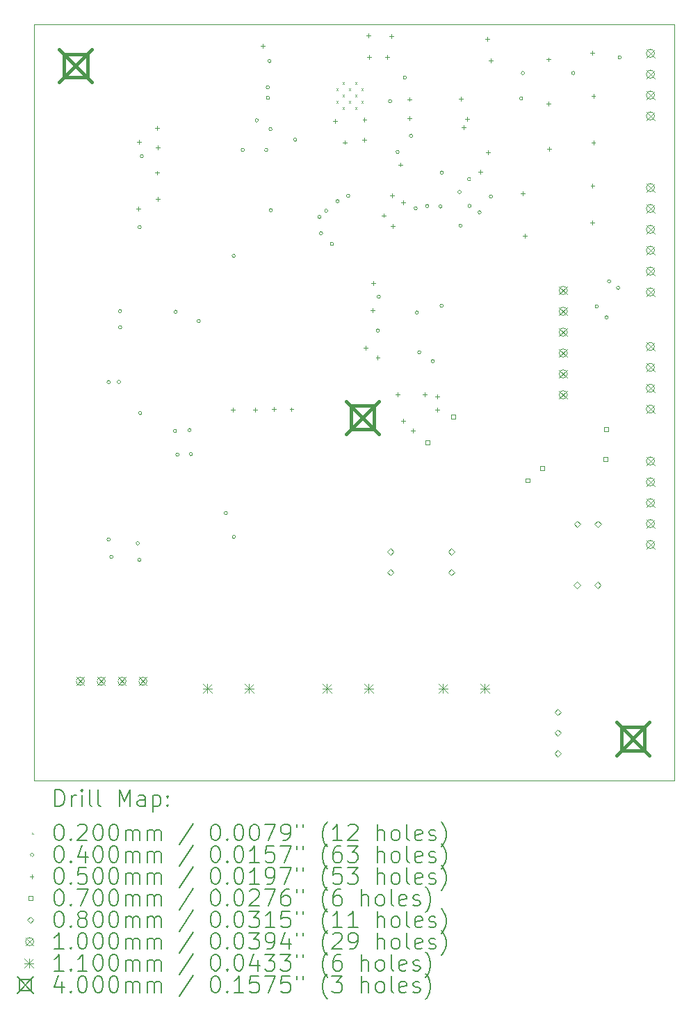
<source format=gbr>
%TF.GenerationSoftware,KiCad,Pcbnew,7.0.8*%
%TF.CreationDate,2023-12-01T18:56:14+08:00*%
%TF.ProjectId,ESPCARproject,45535043-4152-4707-926f-6a6563742e6b,rev?*%
%TF.SameCoordinates,Original*%
%TF.FileFunction,Drillmap*%
%TF.FilePolarity,Positive*%
%FSLAX45Y45*%
G04 Gerber Fmt 4.5, Leading zero omitted, Abs format (unit mm)*
G04 Created by KiCad (PCBNEW 7.0.8) date 2023-12-01 18:56:14*
%MOMM*%
%LPD*%
G01*
G04 APERTURE LIST*
%ADD10C,0.100000*%
%ADD11C,0.200000*%
%ADD12C,0.020000*%
%ADD13C,0.040000*%
%ADD14C,0.050000*%
%ADD15C,0.070000*%
%ADD16C,0.080000*%
%ADD17C,0.110000*%
%ADD18C,0.400000*%
G04 APERTURE END LIST*
D10*
X10852000Y-4837750D02*
X18649000Y-4837750D01*
X18649000Y-14034750D01*
X10852000Y-14034750D01*
X10852000Y-4837750D01*
D11*
D12*
X14535000Y-5618000D02*
X14555000Y-5638000D01*
X14555000Y-5618000D02*
X14535000Y-5638000D01*
X14535000Y-5770500D02*
X14555000Y-5790500D01*
X14555000Y-5770500D02*
X14535000Y-5790500D01*
X14611250Y-5541750D02*
X14631250Y-5561750D01*
X14631250Y-5541750D02*
X14611250Y-5561750D01*
X14611250Y-5694250D02*
X14631250Y-5714250D01*
X14631250Y-5694250D02*
X14611250Y-5714250D01*
X14611250Y-5846750D02*
X14631250Y-5866750D01*
X14631250Y-5846750D02*
X14611250Y-5866750D01*
X14687500Y-5618000D02*
X14707500Y-5638000D01*
X14707500Y-5618000D02*
X14687500Y-5638000D01*
X14687500Y-5770500D02*
X14707500Y-5790500D01*
X14707500Y-5770500D02*
X14687500Y-5790500D01*
X14763750Y-5541750D02*
X14783750Y-5561750D01*
X14783750Y-5541750D02*
X14763750Y-5561750D01*
X14763750Y-5694250D02*
X14783750Y-5714250D01*
X14783750Y-5694250D02*
X14763750Y-5714250D01*
X14763750Y-5846750D02*
X14783750Y-5866750D01*
X14783750Y-5846750D02*
X14763750Y-5866750D01*
X14840000Y-5618000D02*
X14860000Y-5638000D01*
X14860000Y-5618000D02*
X14840000Y-5638000D01*
X14840000Y-5770500D02*
X14860000Y-5790500D01*
X14860000Y-5770500D02*
X14840000Y-5790500D01*
D13*
X11779000Y-9189000D02*
G75*
G03*
X11779000Y-9189000I-20000J0D01*
G01*
X11779000Y-11105000D02*
G75*
G03*
X11779000Y-11105000I-20000J0D01*
G01*
X11813000Y-11318000D02*
G75*
G03*
X11813000Y-11318000I-20000J0D01*
G01*
X11905000Y-9187000D02*
G75*
G03*
X11905000Y-9187000I-20000J0D01*
G01*
X11919000Y-8326000D02*
G75*
G03*
X11919000Y-8326000I-20000J0D01*
G01*
X11920000Y-8521000D02*
G75*
G03*
X11920000Y-8521000I-20000J0D01*
G01*
X12134000Y-11151000D02*
G75*
G03*
X12134000Y-11151000I-20000J0D01*
G01*
X12153000Y-11354000D02*
G75*
G03*
X12153000Y-11354000I-20000J0D01*
G01*
X12157000Y-7302000D02*
G75*
G03*
X12157000Y-7302000I-20000J0D01*
G01*
X12163000Y-9566000D02*
G75*
G03*
X12163000Y-9566000I-20000J0D01*
G01*
X12184000Y-6440000D02*
G75*
G03*
X12184000Y-6440000I-20000J0D01*
G01*
X12587000Y-9783000D02*
G75*
G03*
X12587000Y-9783000I-20000J0D01*
G01*
X12596000Y-8334000D02*
G75*
G03*
X12596000Y-8334000I-20000J0D01*
G01*
X12617000Y-10073000D02*
G75*
G03*
X12617000Y-10073000I-20000J0D01*
G01*
X12765000Y-9774000D02*
G75*
G03*
X12765000Y-9774000I-20000J0D01*
G01*
X12782000Y-10066000D02*
G75*
G03*
X12782000Y-10066000I-20000J0D01*
G01*
X12876000Y-8446000D02*
G75*
G03*
X12876000Y-8446000I-20000J0D01*
G01*
X13207000Y-10785000D02*
G75*
G03*
X13207000Y-10785000I-20000J0D01*
G01*
X13303000Y-7654000D02*
G75*
G03*
X13303000Y-7654000I-20000J0D01*
G01*
X13304000Y-11074000D02*
G75*
G03*
X13304000Y-11074000I-20000J0D01*
G01*
X13412000Y-6364000D02*
G75*
G03*
X13412000Y-6364000I-20000J0D01*
G01*
X13583000Y-6004000D02*
G75*
G03*
X13583000Y-6004000I-20000J0D01*
G01*
X13698000Y-6366000D02*
G75*
G03*
X13698000Y-6366000I-20000J0D01*
G01*
X13718000Y-5601000D02*
G75*
G03*
X13718000Y-5601000I-20000J0D01*
G01*
X13720000Y-5730000D02*
G75*
G03*
X13720000Y-5730000I-20000J0D01*
G01*
X13738000Y-5282000D02*
G75*
G03*
X13738000Y-5282000I-20000J0D01*
G01*
X13751000Y-6112000D02*
G75*
G03*
X13751000Y-6112000I-20000J0D01*
G01*
X13753500Y-7098500D02*
G75*
G03*
X13753500Y-7098500I-20000J0D01*
G01*
X14053000Y-6240000D02*
G75*
G03*
X14053000Y-6240000I-20000J0D01*
G01*
X14347000Y-7179000D02*
G75*
G03*
X14347000Y-7179000I-20000J0D01*
G01*
X14366000Y-7378000D02*
G75*
G03*
X14366000Y-7378000I-20000J0D01*
G01*
X14429000Y-7105000D02*
G75*
G03*
X14429000Y-7105000I-20000J0D01*
G01*
X14499000Y-7508000D02*
G75*
G03*
X14499000Y-7508000I-20000J0D01*
G01*
X14567000Y-6988000D02*
G75*
G03*
X14567000Y-6988000I-20000J0D01*
G01*
X14697000Y-6924000D02*
G75*
G03*
X14697000Y-6924000I-20000J0D01*
G01*
X15058000Y-8563000D02*
G75*
G03*
X15058000Y-8563000I-20000J0D01*
G01*
X15069000Y-8152000D02*
G75*
G03*
X15069000Y-8152000I-20000J0D01*
G01*
X15208000Y-5773000D02*
G75*
G03*
X15208000Y-5773000I-20000J0D01*
G01*
X15299000Y-6388000D02*
G75*
G03*
X15299000Y-6388000I-20000J0D01*
G01*
X15388000Y-5484000D02*
G75*
G03*
X15388000Y-5484000I-20000J0D01*
G01*
X15462000Y-6192000D02*
G75*
G03*
X15462000Y-6192000I-20000J0D01*
G01*
X15518741Y-7073000D02*
G75*
G03*
X15518741Y-7073000I-20000J0D01*
G01*
X15534000Y-8343000D02*
G75*
G03*
X15534000Y-8343000I-20000J0D01*
G01*
X15563000Y-8826000D02*
G75*
G03*
X15563000Y-8826000I-20000J0D01*
G01*
X15659000Y-7048000D02*
G75*
G03*
X15659000Y-7048000I-20000J0D01*
G01*
X15728000Y-8935000D02*
G75*
G03*
X15728000Y-8935000I-20000J0D01*
G01*
X15822000Y-7052000D02*
G75*
G03*
X15822000Y-7052000I-20000J0D01*
G01*
X15835000Y-8260000D02*
G75*
G03*
X15835000Y-8260000I-20000J0D01*
G01*
X15836000Y-6641000D02*
G75*
G03*
X15836000Y-6641000I-20000J0D01*
G01*
X16054000Y-6876000D02*
G75*
G03*
X16054000Y-6876000I-20000J0D01*
G01*
X16064000Y-7285000D02*
G75*
G03*
X16064000Y-7285000I-20000J0D01*
G01*
X16169000Y-6718000D02*
G75*
G03*
X16169000Y-6718000I-20000J0D01*
G01*
X16174500Y-7045500D02*
G75*
G03*
X16174500Y-7045500I-20000J0D01*
G01*
X16297000Y-7123000D02*
G75*
G03*
X16297000Y-7123000I-20000J0D01*
G01*
X16436000Y-6932000D02*
G75*
G03*
X16436000Y-6932000I-20000J0D01*
G01*
X16803000Y-5738000D02*
G75*
G03*
X16803000Y-5738000I-20000J0D01*
G01*
X16825000Y-5429000D02*
G75*
G03*
X16825000Y-5429000I-20000J0D01*
G01*
X17439000Y-5428000D02*
G75*
G03*
X17439000Y-5428000I-20000J0D01*
G01*
X17724000Y-8268000D02*
G75*
G03*
X17724000Y-8268000I-20000J0D01*
G01*
X17844000Y-8402000D02*
G75*
G03*
X17844000Y-8402000I-20000J0D01*
G01*
X17875000Y-7962000D02*
G75*
G03*
X17875000Y-7962000I-20000J0D01*
G01*
X17985000Y-8043000D02*
G75*
G03*
X17985000Y-8043000I-20000J0D01*
G01*
X18004000Y-5237000D02*
G75*
G03*
X18004000Y-5237000I-20000J0D01*
G01*
D14*
X12125000Y-7052000D02*
X12125000Y-7102000D01*
X12100000Y-7077000D02*
X12150000Y-7077000D01*
X12128000Y-6240000D02*
X12128000Y-6290000D01*
X12103000Y-6265000D02*
X12153000Y-6265000D01*
X12351000Y-6074000D02*
X12351000Y-6124000D01*
X12326000Y-6099000D02*
X12376000Y-6099000D01*
X12352000Y-6618000D02*
X12352000Y-6668000D01*
X12327000Y-6643000D02*
X12377000Y-6643000D01*
X12356000Y-6938250D02*
X12356000Y-6988250D01*
X12331000Y-6963250D02*
X12381000Y-6963250D01*
X12359000Y-6310000D02*
X12359000Y-6360000D01*
X12334000Y-6335000D02*
X12384000Y-6335000D01*
X13276000Y-9501000D02*
X13276000Y-9551000D01*
X13251000Y-9526000D02*
X13301000Y-9526000D01*
X13546000Y-9498000D02*
X13546000Y-9548000D01*
X13521000Y-9523000D02*
X13571000Y-9523000D01*
X13639000Y-5073000D02*
X13639000Y-5123000D01*
X13614000Y-5098000D02*
X13664000Y-5098000D01*
X13775000Y-9493000D02*
X13775000Y-9543000D01*
X13750000Y-9518000D02*
X13800000Y-9518000D01*
X13988000Y-9497000D02*
X13988000Y-9547000D01*
X13963000Y-9522000D02*
X14013000Y-9522000D01*
X14519000Y-5984000D02*
X14519000Y-6034000D01*
X14494000Y-6009000D02*
X14544000Y-6009000D01*
X14633000Y-6246000D02*
X14633000Y-6296000D01*
X14608000Y-6271000D02*
X14658000Y-6271000D01*
X14876000Y-6218000D02*
X14876000Y-6268000D01*
X14851000Y-6243000D02*
X14901000Y-6243000D01*
X14877000Y-5972000D02*
X14877000Y-6022000D01*
X14852000Y-5997000D02*
X14902000Y-5997000D01*
X14892000Y-8747000D02*
X14892000Y-8797000D01*
X14867000Y-8772000D02*
X14917000Y-8772000D01*
X14926000Y-4950000D02*
X14926000Y-5000000D01*
X14901000Y-4975000D02*
X14951000Y-4975000D01*
X14934000Y-5212000D02*
X14934000Y-5262000D01*
X14909000Y-5237000D02*
X14959000Y-5237000D01*
X14972000Y-8288000D02*
X14972000Y-8338000D01*
X14947000Y-8313000D02*
X14997000Y-8313000D01*
X14985000Y-7962000D02*
X14985000Y-8012000D01*
X14960000Y-7987000D02*
X15010000Y-7987000D01*
X15038000Y-8869000D02*
X15038000Y-8919000D01*
X15013000Y-8894000D02*
X15063000Y-8894000D01*
X15110000Y-7135000D02*
X15110000Y-7185000D01*
X15085000Y-7160000D02*
X15135000Y-7160000D01*
X15151000Y-5211000D02*
X15151000Y-5261000D01*
X15126000Y-5236000D02*
X15176000Y-5236000D01*
X15203000Y-4951000D02*
X15203000Y-5001000D01*
X15178000Y-4976000D02*
X15228000Y-4976000D01*
X15214000Y-6897000D02*
X15214000Y-6947000D01*
X15189000Y-6922000D02*
X15239000Y-6922000D01*
X15217000Y-7263000D02*
X15217000Y-7313000D01*
X15192000Y-7288000D02*
X15242000Y-7288000D01*
X15282000Y-9313000D02*
X15282000Y-9363000D01*
X15257000Y-9338000D02*
X15307000Y-9338000D01*
X15313000Y-6517000D02*
X15313000Y-6567000D01*
X15288000Y-6542000D02*
X15338000Y-6542000D01*
X15345000Y-6977000D02*
X15345000Y-7027000D01*
X15320000Y-7002000D02*
X15370000Y-7002000D01*
X15351000Y-9635000D02*
X15351000Y-9685000D01*
X15326000Y-9660000D02*
X15376000Y-9660000D01*
X15425000Y-5721000D02*
X15425000Y-5771000D01*
X15400000Y-5746000D02*
X15450000Y-5746000D01*
X15425000Y-5951000D02*
X15425000Y-6001000D01*
X15400000Y-5976000D02*
X15450000Y-5976000D01*
X15468000Y-9754000D02*
X15468000Y-9804000D01*
X15443000Y-9779000D02*
X15493000Y-9779000D01*
X15610000Y-9316000D02*
X15610000Y-9366000D01*
X15585000Y-9341000D02*
X15635000Y-9341000D01*
X15764000Y-9343000D02*
X15764000Y-9393000D01*
X15739000Y-9368000D02*
X15789000Y-9368000D01*
X15764450Y-9503294D02*
X15764450Y-9553294D01*
X15739450Y-9528294D02*
X15789450Y-9528294D01*
X16052000Y-5714000D02*
X16052000Y-5764000D01*
X16027000Y-5739000D02*
X16077000Y-5739000D01*
X16083000Y-6067000D02*
X16083000Y-6117000D01*
X16058000Y-6092000D02*
X16108000Y-6092000D01*
X16128000Y-5966000D02*
X16128000Y-6016000D01*
X16103000Y-5991000D02*
X16153000Y-5991000D01*
X16284000Y-6607000D02*
X16284000Y-6657000D01*
X16259000Y-6632000D02*
X16309000Y-6632000D01*
X16369000Y-4988000D02*
X16369000Y-5038000D01*
X16344000Y-5013000D02*
X16394000Y-5013000D01*
X16378000Y-6371000D02*
X16378000Y-6421000D01*
X16353000Y-6396000D02*
X16403000Y-6396000D01*
X16413000Y-5252000D02*
X16413000Y-5302000D01*
X16388000Y-5277000D02*
X16438000Y-5277000D01*
X16806000Y-6870000D02*
X16806000Y-6920000D01*
X16781000Y-6895000D02*
X16831000Y-6895000D01*
X16830000Y-7387000D02*
X16830000Y-7437000D01*
X16805000Y-7412000D02*
X16855000Y-7412000D01*
X17116000Y-5775000D02*
X17116000Y-5825000D01*
X17091000Y-5800000D02*
X17141000Y-5800000D01*
X17118000Y-5238000D02*
X17118000Y-5288000D01*
X17093000Y-5263000D02*
X17143000Y-5263000D01*
X17124000Y-6327000D02*
X17124000Y-6377000D01*
X17099000Y-6352000D02*
X17149000Y-6352000D01*
X17648000Y-7222000D02*
X17648000Y-7272000D01*
X17623000Y-7247000D02*
X17673000Y-7247000D01*
X17650000Y-5155000D02*
X17650000Y-5205000D01*
X17625000Y-5180000D02*
X17675000Y-5180000D01*
X17654000Y-6778000D02*
X17654000Y-6828000D01*
X17629000Y-6803000D02*
X17679000Y-6803000D01*
X17663000Y-5680000D02*
X17663000Y-5730000D01*
X17638000Y-5705000D02*
X17688000Y-5705000D01*
X17663000Y-6248000D02*
X17663000Y-6298000D01*
X17638000Y-6273000D02*
X17688000Y-6273000D01*
D15*
X15669749Y-9946749D02*
X15669749Y-9897251D01*
X15620251Y-9897251D01*
X15620251Y-9946749D01*
X15669749Y-9946749D01*
X15978749Y-9634749D02*
X15978749Y-9585251D01*
X15929251Y-9585251D01*
X15929251Y-9634749D01*
X15978749Y-9634749D01*
X16886499Y-10410999D02*
X16886499Y-10361501D01*
X16837001Y-10361501D01*
X16837001Y-10410999D01*
X16886499Y-10410999D01*
X17065749Y-10264749D02*
X17065749Y-10215251D01*
X17016251Y-10215251D01*
X17016251Y-10264749D01*
X17065749Y-10264749D01*
X17834749Y-10153749D02*
X17834749Y-10104251D01*
X17785251Y-10104251D01*
X17785251Y-10153749D01*
X17834749Y-10153749D01*
X17843749Y-9786749D02*
X17843749Y-9737251D01*
X17794251Y-9737251D01*
X17794251Y-9786749D01*
X17843749Y-9786749D01*
D16*
X15191000Y-11295000D02*
X15231000Y-11255000D01*
X15191000Y-11215000D01*
X15151000Y-11255000D01*
X15191000Y-11295000D01*
X15191000Y-11545000D02*
X15231000Y-11505000D01*
X15191000Y-11465000D01*
X15151000Y-11505000D01*
X15191000Y-11545000D01*
X15935000Y-11295000D02*
X15975000Y-11255000D01*
X15935000Y-11215000D01*
X15895000Y-11255000D01*
X15935000Y-11295000D01*
X15935000Y-11545000D02*
X15975000Y-11505000D01*
X15935000Y-11465000D01*
X15895000Y-11505000D01*
X15935000Y-11545000D01*
X17229000Y-13247000D02*
X17269000Y-13207000D01*
X17229000Y-13167000D01*
X17189000Y-13207000D01*
X17229000Y-13247000D01*
X17229000Y-13497000D02*
X17269000Y-13457000D01*
X17229000Y-13417000D01*
X17189000Y-13457000D01*
X17229000Y-13497000D01*
X17229000Y-13747000D02*
X17269000Y-13707000D01*
X17229000Y-13667000D01*
X17189000Y-13707000D01*
X17229000Y-13747000D01*
X17465000Y-11699000D02*
X17505000Y-11659000D01*
X17465000Y-11619000D01*
X17425000Y-11659000D01*
X17465000Y-11699000D01*
X17467238Y-10957000D02*
X17507238Y-10917000D01*
X17467238Y-10877000D01*
X17427238Y-10917000D01*
X17467238Y-10957000D01*
X17715000Y-11699000D02*
X17755000Y-11659000D01*
X17715000Y-11619000D01*
X17675000Y-11659000D01*
X17715000Y-11699000D01*
X17717238Y-10957000D02*
X17757238Y-10917000D01*
X17717238Y-10877000D01*
X17677238Y-10917000D01*
X17717238Y-10957000D01*
D10*
X11365000Y-12781000D02*
X11465000Y-12881000D01*
X11465000Y-12781000D02*
X11365000Y-12881000D01*
X11465000Y-12831000D02*
G75*
G03*
X11465000Y-12831000I-50000J0D01*
G01*
X11619000Y-12781000D02*
X11719000Y-12881000D01*
X11719000Y-12781000D02*
X11619000Y-12881000D01*
X11719000Y-12831000D02*
G75*
G03*
X11719000Y-12831000I-50000J0D01*
G01*
X11873000Y-12781000D02*
X11973000Y-12881000D01*
X11973000Y-12781000D02*
X11873000Y-12881000D01*
X11973000Y-12831000D02*
G75*
G03*
X11973000Y-12831000I-50000J0D01*
G01*
X12127000Y-12781000D02*
X12227000Y-12881000D01*
X12227000Y-12781000D02*
X12127000Y-12881000D01*
X12227000Y-12831000D02*
G75*
G03*
X12227000Y-12831000I-50000J0D01*
G01*
X17246000Y-8024000D02*
X17346000Y-8124000D01*
X17346000Y-8024000D02*
X17246000Y-8124000D01*
X17346000Y-8074000D02*
G75*
G03*
X17346000Y-8074000I-50000J0D01*
G01*
X17246000Y-8278000D02*
X17346000Y-8378000D01*
X17346000Y-8278000D02*
X17246000Y-8378000D01*
X17346000Y-8328000D02*
G75*
G03*
X17346000Y-8328000I-50000J0D01*
G01*
X17246000Y-8532000D02*
X17346000Y-8632000D01*
X17346000Y-8532000D02*
X17246000Y-8632000D01*
X17346000Y-8582000D02*
G75*
G03*
X17346000Y-8582000I-50000J0D01*
G01*
X17246000Y-8786000D02*
X17346000Y-8886000D01*
X17346000Y-8786000D02*
X17246000Y-8886000D01*
X17346000Y-8836000D02*
G75*
G03*
X17346000Y-8836000I-50000J0D01*
G01*
X17246000Y-9040000D02*
X17346000Y-9140000D01*
X17346000Y-9040000D02*
X17246000Y-9140000D01*
X17346000Y-9090000D02*
G75*
G03*
X17346000Y-9090000I-50000J0D01*
G01*
X17246000Y-9294000D02*
X17346000Y-9394000D01*
X17346000Y-9294000D02*
X17246000Y-9394000D01*
X17346000Y-9344000D02*
G75*
G03*
X17346000Y-9344000I-50000J0D01*
G01*
X18308250Y-5138750D02*
X18408250Y-5238750D01*
X18408250Y-5138750D02*
X18308250Y-5238750D01*
X18408250Y-5188750D02*
G75*
G03*
X18408250Y-5188750I-50000J0D01*
G01*
X18308250Y-5392750D02*
X18408250Y-5492750D01*
X18408250Y-5392750D02*
X18308250Y-5492750D01*
X18408250Y-5442750D02*
G75*
G03*
X18408250Y-5442750I-50000J0D01*
G01*
X18308250Y-5646750D02*
X18408250Y-5746750D01*
X18408250Y-5646750D02*
X18308250Y-5746750D01*
X18408250Y-5696750D02*
G75*
G03*
X18408250Y-5696750I-50000J0D01*
G01*
X18308250Y-5900750D02*
X18408250Y-6000750D01*
X18408250Y-5900750D02*
X18308250Y-6000750D01*
X18408250Y-5950750D02*
G75*
G03*
X18408250Y-5950750I-50000J0D01*
G01*
X18308250Y-6773000D02*
X18408250Y-6873000D01*
X18408250Y-6773000D02*
X18308250Y-6873000D01*
X18408250Y-6823000D02*
G75*
G03*
X18408250Y-6823000I-50000J0D01*
G01*
X18308250Y-7027000D02*
X18408250Y-7127000D01*
X18408250Y-7027000D02*
X18308250Y-7127000D01*
X18408250Y-7077000D02*
G75*
G03*
X18408250Y-7077000I-50000J0D01*
G01*
X18308250Y-7281000D02*
X18408250Y-7381000D01*
X18408250Y-7281000D02*
X18308250Y-7381000D01*
X18408250Y-7331000D02*
G75*
G03*
X18408250Y-7331000I-50000J0D01*
G01*
X18308250Y-7535000D02*
X18408250Y-7635000D01*
X18408250Y-7535000D02*
X18308250Y-7635000D01*
X18408250Y-7585000D02*
G75*
G03*
X18408250Y-7585000I-50000J0D01*
G01*
X18308250Y-7789000D02*
X18408250Y-7889000D01*
X18408250Y-7789000D02*
X18308250Y-7889000D01*
X18408250Y-7839000D02*
G75*
G03*
X18408250Y-7839000I-50000J0D01*
G01*
X18308250Y-8043000D02*
X18408250Y-8143000D01*
X18408250Y-8043000D02*
X18308250Y-8143000D01*
X18408250Y-8093000D02*
G75*
G03*
X18408250Y-8093000I-50000J0D01*
G01*
X18308250Y-8706500D02*
X18408250Y-8806500D01*
X18408250Y-8706500D02*
X18308250Y-8806500D01*
X18408250Y-8756500D02*
G75*
G03*
X18408250Y-8756500I-50000J0D01*
G01*
X18308250Y-8960500D02*
X18408250Y-9060500D01*
X18408250Y-8960500D02*
X18308250Y-9060500D01*
X18408250Y-9010500D02*
G75*
G03*
X18408250Y-9010500I-50000J0D01*
G01*
X18308250Y-9214500D02*
X18408250Y-9314500D01*
X18408250Y-9214500D02*
X18308250Y-9314500D01*
X18408250Y-9264500D02*
G75*
G03*
X18408250Y-9264500I-50000J0D01*
G01*
X18308250Y-9468500D02*
X18408250Y-9568500D01*
X18408250Y-9468500D02*
X18308250Y-9568500D01*
X18408250Y-9518500D02*
G75*
G03*
X18408250Y-9518500I-50000J0D01*
G01*
X18308250Y-10100000D02*
X18408250Y-10200000D01*
X18408250Y-10100000D02*
X18308250Y-10200000D01*
X18408250Y-10150000D02*
G75*
G03*
X18408250Y-10150000I-50000J0D01*
G01*
X18308250Y-10354000D02*
X18408250Y-10454000D01*
X18408250Y-10354000D02*
X18308250Y-10454000D01*
X18408250Y-10404000D02*
G75*
G03*
X18408250Y-10404000I-50000J0D01*
G01*
X18308250Y-10608000D02*
X18408250Y-10708000D01*
X18408250Y-10608000D02*
X18308250Y-10708000D01*
X18408250Y-10658000D02*
G75*
G03*
X18408250Y-10658000I-50000J0D01*
G01*
X18308250Y-10862000D02*
X18408250Y-10962000D01*
X18408250Y-10862000D02*
X18308250Y-10962000D01*
X18408250Y-10912000D02*
G75*
G03*
X18408250Y-10912000I-50000J0D01*
G01*
X18308250Y-11116000D02*
X18408250Y-11216000D01*
X18408250Y-11116000D02*
X18308250Y-11216000D01*
X18408250Y-11166000D02*
G75*
G03*
X18408250Y-11166000I-50000J0D01*
G01*
D17*
X12906000Y-12863000D02*
X13016000Y-12973000D01*
X13016000Y-12863000D02*
X12906000Y-12973000D01*
X12961000Y-12863000D02*
X12961000Y-12973000D01*
X12906000Y-12918000D02*
X13016000Y-12918000D01*
X13414000Y-12863000D02*
X13524000Y-12973000D01*
X13524000Y-12863000D02*
X13414000Y-12973000D01*
X13469000Y-12863000D02*
X13469000Y-12973000D01*
X13414000Y-12918000D02*
X13524000Y-12918000D01*
X14365000Y-12863000D02*
X14475000Y-12973000D01*
X14475000Y-12863000D02*
X14365000Y-12973000D01*
X14420000Y-12863000D02*
X14420000Y-12973000D01*
X14365000Y-12918000D02*
X14475000Y-12918000D01*
X14873000Y-12863000D02*
X14983000Y-12973000D01*
X14983000Y-12863000D02*
X14873000Y-12973000D01*
X14928000Y-12863000D02*
X14928000Y-12973000D01*
X14873000Y-12918000D02*
X14983000Y-12918000D01*
X15779000Y-12863000D02*
X15889000Y-12973000D01*
X15889000Y-12863000D02*
X15779000Y-12973000D01*
X15834000Y-12863000D02*
X15834000Y-12973000D01*
X15779000Y-12918000D02*
X15889000Y-12918000D01*
X16287000Y-12863000D02*
X16397000Y-12973000D01*
X16397000Y-12863000D02*
X16287000Y-12973000D01*
X16342000Y-12863000D02*
X16342000Y-12973000D01*
X16287000Y-12918000D02*
X16397000Y-12918000D01*
D18*
X11158000Y-5141000D02*
X11558000Y-5541000D01*
X11558000Y-5141000D02*
X11158000Y-5541000D01*
X11499423Y-5482423D02*
X11499423Y-5199577D01*
X11216577Y-5199577D01*
X11216577Y-5482423D01*
X11499423Y-5482423D01*
X14654000Y-9421000D02*
X15054000Y-9821000D01*
X15054000Y-9421000D02*
X14654000Y-9821000D01*
X14995423Y-9762423D02*
X14995423Y-9479577D01*
X14712577Y-9479577D01*
X14712577Y-9762423D01*
X14995423Y-9762423D01*
X17946000Y-13330000D02*
X18346000Y-13730000D01*
X18346000Y-13330000D02*
X17946000Y-13730000D01*
X18287423Y-13671423D02*
X18287423Y-13388577D01*
X18004577Y-13388577D01*
X18004577Y-13671423D01*
X18287423Y-13671423D01*
D11*
X11107777Y-14351234D02*
X11107777Y-14151234D01*
X11107777Y-14151234D02*
X11155396Y-14151234D01*
X11155396Y-14151234D02*
X11183967Y-14160758D01*
X11183967Y-14160758D02*
X11203015Y-14179805D01*
X11203015Y-14179805D02*
X11212539Y-14198853D01*
X11212539Y-14198853D02*
X11222062Y-14236948D01*
X11222062Y-14236948D02*
X11222062Y-14265519D01*
X11222062Y-14265519D02*
X11212539Y-14303615D01*
X11212539Y-14303615D02*
X11203015Y-14322662D01*
X11203015Y-14322662D02*
X11183967Y-14341710D01*
X11183967Y-14341710D02*
X11155396Y-14351234D01*
X11155396Y-14351234D02*
X11107777Y-14351234D01*
X11307777Y-14351234D02*
X11307777Y-14217900D01*
X11307777Y-14255996D02*
X11317301Y-14236948D01*
X11317301Y-14236948D02*
X11326824Y-14227424D01*
X11326824Y-14227424D02*
X11345872Y-14217900D01*
X11345872Y-14217900D02*
X11364920Y-14217900D01*
X11431586Y-14351234D02*
X11431586Y-14217900D01*
X11431586Y-14151234D02*
X11422062Y-14160758D01*
X11422062Y-14160758D02*
X11431586Y-14170281D01*
X11431586Y-14170281D02*
X11441110Y-14160758D01*
X11441110Y-14160758D02*
X11431586Y-14151234D01*
X11431586Y-14151234D02*
X11431586Y-14170281D01*
X11555396Y-14351234D02*
X11536348Y-14341710D01*
X11536348Y-14341710D02*
X11526824Y-14322662D01*
X11526824Y-14322662D02*
X11526824Y-14151234D01*
X11660158Y-14351234D02*
X11641110Y-14341710D01*
X11641110Y-14341710D02*
X11631586Y-14322662D01*
X11631586Y-14322662D02*
X11631586Y-14151234D01*
X11888729Y-14351234D02*
X11888729Y-14151234D01*
X11888729Y-14151234D02*
X11955396Y-14294091D01*
X11955396Y-14294091D02*
X12022062Y-14151234D01*
X12022062Y-14151234D02*
X12022062Y-14351234D01*
X12203015Y-14351234D02*
X12203015Y-14246472D01*
X12203015Y-14246472D02*
X12193491Y-14227424D01*
X12193491Y-14227424D02*
X12174443Y-14217900D01*
X12174443Y-14217900D02*
X12136348Y-14217900D01*
X12136348Y-14217900D02*
X12117301Y-14227424D01*
X12203015Y-14341710D02*
X12183967Y-14351234D01*
X12183967Y-14351234D02*
X12136348Y-14351234D01*
X12136348Y-14351234D02*
X12117301Y-14341710D01*
X12117301Y-14341710D02*
X12107777Y-14322662D01*
X12107777Y-14322662D02*
X12107777Y-14303615D01*
X12107777Y-14303615D02*
X12117301Y-14284567D01*
X12117301Y-14284567D02*
X12136348Y-14275043D01*
X12136348Y-14275043D02*
X12183967Y-14275043D01*
X12183967Y-14275043D02*
X12203015Y-14265519D01*
X12298253Y-14217900D02*
X12298253Y-14417900D01*
X12298253Y-14227424D02*
X12317301Y-14217900D01*
X12317301Y-14217900D02*
X12355396Y-14217900D01*
X12355396Y-14217900D02*
X12374443Y-14227424D01*
X12374443Y-14227424D02*
X12383967Y-14236948D01*
X12383967Y-14236948D02*
X12393491Y-14255996D01*
X12393491Y-14255996D02*
X12393491Y-14313138D01*
X12393491Y-14313138D02*
X12383967Y-14332186D01*
X12383967Y-14332186D02*
X12374443Y-14341710D01*
X12374443Y-14341710D02*
X12355396Y-14351234D01*
X12355396Y-14351234D02*
X12317301Y-14351234D01*
X12317301Y-14351234D02*
X12298253Y-14341710D01*
X12479205Y-14332186D02*
X12488729Y-14341710D01*
X12488729Y-14341710D02*
X12479205Y-14351234D01*
X12479205Y-14351234D02*
X12469682Y-14341710D01*
X12469682Y-14341710D02*
X12479205Y-14332186D01*
X12479205Y-14332186D02*
X12479205Y-14351234D01*
X12479205Y-14227424D02*
X12488729Y-14236948D01*
X12488729Y-14236948D02*
X12479205Y-14246472D01*
X12479205Y-14246472D02*
X12469682Y-14236948D01*
X12469682Y-14236948D02*
X12479205Y-14227424D01*
X12479205Y-14227424D02*
X12479205Y-14246472D01*
D12*
X10827000Y-14669750D02*
X10847000Y-14689750D01*
X10847000Y-14669750D02*
X10827000Y-14689750D01*
D11*
X11145872Y-14571234D02*
X11164920Y-14571234D01*
X11164920Y-14571234D02*
X11183967Y-14580758D01*
X11183967Y-14580758D02*
X11193491Y-14590281D01*
X11193491Y-14590281D02*
X11203015Y-14609329D01*
X11203015Y-14609329D02*
X11212539Y-14647424D01*
X11212539Y-14647424D02*
X11212539Y-14695043D01*
X11212539Y-14695043D02*
X11203015Y-14733138D01*
X11203015Y-14733138D02*
X11193491Y-14752186D01*
X11193491Y-14752186D02*
X11183967Y-14761710D01*
X11183967Y-14761710D02*
X11164920Y-14771234D01*
X11164920Y-14771234D02*
X11145872Y-14771234D01*
X11145872Y-14771234D02*
X11126824Y-14761710D01*
X11126824Y-14761710D02*
X11117301Y-14752186D01*
X11117301Y-14752186D02*
X11107777Y-14733138D01*
X11107777Y-14733138D02*
X11098253Y-14695043D01*
X11098253Y-14695043D02*
X11098253Y-14647424D01*
X11098253Y-14647424D02*
X11107777Y-14609329D01*
X11107777Y-14609329D02*
X11117301Y-14590281D01*
X11117301Y-14590281D02*
X11126824Y-14580758D01*
X11126824Y-14580758D02*
X11145872Y-14571234D01*
X11298253Y-14752186D02*
X11307777Y-14761710D01*
X11307777Y-14761710D02*
X11298253Y-14771234D01*
X11298253Y-14771234D02*
X11288729Y-14761710D01*
X11288729Y-14761710D02*
X11298253Y-14752186D01*
X11298253Y-14752186D02*
X11298253Y-14771234D01*
X11383967Y-14590281D02*
X11393491Y-14580758D01*
X11393491Y-14580758D02*
X11412539Y-14571234D01*
X11412539Y-14571234D02*
X11460158Y-14571234D01*
X11460158Y-14571234D02*
X11479205Y-14580758D01*
X11479205Y-14580758D02*
X11488729Y-14590281D01*
X11488729Y-14590281D02*
X11498253Y-14609329D01*
X11498253Y-14609329D02*
X11498253Y-14628377D01*
X11498253Y-14628377D02*
X11488729Y-14656948D01*
X11488729Y-14656948D02*
X11374443Y-14771234D01*
X11374443Y-14771234D02*
X11498253Y-14771234D01*
X11622062Y-14571234D02*
X11641110Y-14571234D01*
X11641110Y-14571234D02*
X11660158Y-14580758D01*
X11660158Y-14580758D02*
X11669682Y-14590281D01*
X11669682Y-14590281D02*
X11679205Y-14609329D01*
X11679205Y-14609329D02*
X11688729Y-14647424D01*
X11688729Y-14647424D02*
X11688729Y-14695043D01*
X11688729Y-14695043D02*
X11679205Y-14733138D01*
X11679205Y-14733138D02*
X11669682Y-14752186D01*
X11669682Y-14752186D02*
X11660158Y-14761710D01*
X11660158Y-14761710D02*
X11641110Y-14771234D01*
X11641110Y-14771234D02*
X11622062Y-14771234D01*
X11622062Y-14771234D02*
X11603015Y-14761710D01*
X11603015Y-14761710D02*
X11593491Y-14752186D01*
X11593491Y-14752186D02*
X11583967Y-14733138D01*
X11583967Y-14733138D02*
X11574443Y-14695043D01*
X11574443Y-14695043D02*
X11574443Y-14647424D01*
X11574443Y-14647424D02*
X11583967Y-14609329D01*
X11583967Y-14609329D02*
X11593491Y-14590281D01*
X11593491Y-14590281D02*
X11603015Y-14580758D01*
X11603015Y-14580758D02*
X11622062Y-14571234D01*
X11812539Y-14571234D02*
X11831586Y-14571234D01*
X11831586Y-14571234D02*
X11850634Y-14580758D01*
X11850634Y-14580758D02*
X11860158Y-14590281D01*
X11860158Y-14590281D02*
X11869682Y-14609329D01*
X11869682Y-14609329D02*
X11879205Y-14647424D01*
X11879205Y-14647424D02*
X11879205Y-14695043D01*
X11879205Y-14695043D02*
X11869682Y-14733138D01*
X11869682Y-14733138D02*
X11860158Y-14752186D01*
X11860158Y-14752186D02*
X11850634Y-14761710D01*
X11850634Y-14761710D02*
X11831586Y-14771234D01*
X11831586Y-14771234D02*
X11812539Y-14771234D01*
X11812539Y-14771234D02*
X11793491Y-14761710D01*
X11793491Y-14761710D02*
X11783967Y-14752186D01*
X11783967Y-14752186D02*
X11774443Y-14733138D01*
X11774443Y-14733138D02*
X11764920Y-14695043D01*
X11764920Y-14695043D02*
X11764920Y-14647424D01*
X11764920Y-14647424D02*
X11774443Y-14609329D01*
X11774443Y-14609329D02*
X11783967Y-14590281D01*
X11783967Y-14590281D02*
X11793491Y-14580758D01*
X11793491Y-14580758D02*
X11812539Y-14571234D01*
X11964920Y-14771234D02*
X11964920Y-14637900D01*
X11964920Y-14656948D02*
X11974443Y-14647424D01*
X11974443Y-14647424D02*
X11993491Y-14637900D01*
X11993491Y-14637900D02*
X12022063Y-14637900D01*
X12022063Y-14637900D02*
X12041110Y-14647424D01*
X12041110Y-14647424D02*
X12050634Y-14666472D01*
X12050634Y-14666472D02*
X12050634Y-14771234D01*
X12050634Y-14666472D02*
X12060158Y-14647424D01*
X12060158Y-14647424D02*
X12079205Y-14637900D01*
X12079205Y-14637900D02*
X12107777Y-14637900D01*
X12107777Y-14637900D02*
X12126824Y-14647424D01*
X12126824Y-14647424D02*
X12136348Y-14666472D01*
X12136348Y-14666472D02*
X12136348Y-14771234D01*
X12231586Y-14771234D02*
X12231586Y-14637900D01*
X12231586Y-14656948D02*
X12241110Y-14647424D01*
X12241110Y-14647424D02*
X12260158Y-14637900D01*
X12260158Y-14637900D02*
X12288729Y-14637900D01*
X12288729Y-14637900D02*
X12307777Y-14647424D01*
X12307777Y-14647424D02*
X12317301Y-14666472D01*
X12317301Y-14666472D02*
X12317301Y-14771234D01*
X12317301Y-14666472D02*
X12326824Y-14647424D01*
X12326824Y-14647424D02*
X12345872Y-14637900D01*
X12345872Y-14637900D02*
X12374443Y-14637900D01*
X12374443Y-14637900D02*
X12393491Y-14647424D01*
X12393491Y-14647424D02*
X12403015Y-14666472D01*
X12403015Y-14666472D02*
X12403015Y-14771234D01*
X12793491Y-14561710D02*
X12622063Y-14818853D01*
X13050634Y-14571234D02*
X13069682Y-14571234D01*
X13069682Y-14571234D02*
X13088729Y-14580758D01*
X13088729Y-14580758D02*
X13098253Y-14590281D01*
X13098253Y-14590281D02*
X13107777Y-14609329D01*
X13107777Y-14609329D02*
X13117301Y-14647424D01*
X13117301Y-14647424D02*
X13117301Y-14695043D01*
X13117301Y-14695043D02*
X13107777Y-14733138D01*
X13107777Y-14733138D02*
X13098253Y-14752186D01*
X13098253Y-14752186D02*
X13088729Y-14761710D01*
X13088729Y-14761710D02*
X13069682Y-14771234D01*
X13069682Y-14771234D02*
X13050634Y-14771234D01*
X13050634Y-14771234D02*
X13031586Y-14761710D01*
X13031586Y-14761710D02*
X13022063Y-14752186D01*
X13022063Y-14752186D02*
X13012539Y-14733138D01*
X13012539Y-14733138D02*
X13003015Y-14695043D01*
X13003015Y-14695043D02*
X13003015Y-14647424D01*
X13003015Y-14647424D02*
X13012539Y-14609329D01*
X13012539Y-14609329D02*
X13022063Y-14590281D01*
X13022063Y-14590281D02*
X13031586Y-14580758D01*
X13031586Y-14580758D02*
X13050634Y-14571234D01*
X13203015Y-14752186D02*
X13212539Y-14761710D01*
X13212539Y-14761710D02*
X13203015Y-14771234D01*
X13203015Y-14771234D02*
X13193491Y-14761710D01*
X13193491Y-14761710D02*
X13203015Y-14752186D01*
X13203015Y-14752186D02*
X13203015Y-14771234D01*
X13336348Y-14571234D02*
X13355396Y-14571234D01*
X13355396Y-14571234D02*
X13374444Y-14580758D01*
X13374444Y-14580758D02*
X13383967Y-14590281D01*
X13383967Y-14590281D02*
X13393491Y-14609329D01*
X13393491Y-14609329D02*
X13403015Y-14647424D01*
X13403015Y-14647424D02*
X13403015Y-14695043D01*
X13403015Y-14695043D02*
X13393491Y-14733138D01*
X13393491Y-14733138D02*
X13383967Y-14752186D01*
X13383967Y-14752186D02*
X13374444Y-14761710D01*
X13374444Y-14761710D02*
X13355396Y-14771234D01*
X13355396Y-14771234D02*
X13336348Y-14771234D01*
X13336348Y-14771234D02*
X13317301Y-14761710D01*
X13317301Y-14761710D02*
X13307777Y-14752186D01*
X13307777Y-14752186D02*
X13298253Y-14733138D01*
X13298253Y-14733138D02*
X13288729Y-14695043D01*
X13288729Y-14695043D02*
X13288729Y-14647424D01*
X13288729Y-14647424D02*
X13298253Y-14609329D01*
X13298253Y-14609329D02*
X13307777Y-14590281D01*
X13307777Y-14590281D02*
X13317301Y-14580758D01*
X13317301Y-14580758D02*
X13336348Y-14571234D01*
X13526825Y-14571234D02*
X13545872Y-14571234D01*
X13545872Y-14571234D02*
X13564920Y-14580758D01*
X13564920Y-14580758D02*
X13574444Y-14590281D01*
X13574444Y-14590281D02*
X13583967Y-14609329D01*
X13583967Y-14609329D02*
X13593491Y-14647424D01*
X13593491Y-14647424D02*
X13593491Y-14695043D01*
X13593491Y-14695043D02*
X13583967Y-14733138D01*
X13583967Y-14733138D02*
X13574444Y-14752186D01*
X13574444Y-14752186D02*
X13564920Y-14761710D01*
X13564920Y-14761710D02*
X13545872Y-14771234D01*
X13545872Y-14771234D02*
X13526825Y-14771234D01*
X13526825Y-14771234D02*
X13507777Y-14761710D01*
X13507777Y-14761710D02*
X13498253Y-14752186D01*
X13498253Y-14752186D02*
X13488729Y-14733138D01*
X13488729Y-14733138D02*
X13479206Y-14695043D01*
X13479206Y-14695043D02*
X13479206Y-14647424D01*
X13479206Y-14647424D02*
X13488729Y-14609329D01*
X13488729Y-14609329D02*
X13498253Y-14590281D01*
X13498253Y-14590281D02*
X13507777Y-14580758D01*
X13507777Y-14580758D02*
X13526825Y-14571234D01*
X13660158Y-14571234D02*
X13793491Y-14571234D01*
X13793491Y-14571234D02*
X13707777Y-14771234D01*
X13879206Y-14771234D02*
X13917301Y-14771234D01*
X13917301Y-14771234D02*
X13936348Y-14761710D01*
X13936348Y-14761710D02*
X13945872Y-14752186D01*
X13945872Y-14752186D02*
X13964920Y-14723615D01*
X13964920Y-14723615D02*
X13974444Y-14685519D01*
X13974444Y-14685519D02*
X13974444Y-14609329D01*
X13974444Y-14609329D02*
X13964920Y-14590281D01*
X13964920Y-14590281D02*
X13955396Y-14580758D01*
X13955396Y-14580758D02*
X13936348Y-14571234D01*
X13936348Y-14571234D02*
X13898253Y-14571234D01*
X13898253Y-14571234D02*
X13879206Y-14580758D01*
X13879206Y-14580758D02*
X13869682Y-14590281D01*
X13869682Y-14590281D02*
X13860158Y-14609329D01*
X13860158Y-14609329D02*
X13860158Y-14656948D01*
X13860158Y-14656948D02*
X13869682Y-14675996D01*
X13869682Y-14675996D02*
X13879206Y-14685519D01*
X13879206Y-14685519D02*
X13898253Y-14695043D01*
X13898253Y-14695043D02*
X13936348Y-14695043D01*
X13936348Y-14695043D02*
X13955396Y-14685519D01*
X13955396Y-14685519D02*
X13964920Y-14675996D01*
X13964920Y-14675996D02*
X13974444Y-14656948D01*
X14050634Y-14571234D02*
X14050634Y-14609329D01*
X14126825Y-14571234D02*
X14126825Y-14609329D01*
X14422063Y-14847424D02*
X14412539Y-14837900D01*
X14412539Y-14837900D02*
X14393491Y-14809329D01*
X14393491Y-14809329D02*
X14383968Y-14790281D01*
X14383968Y-14790281D02*
X14374444Y-14761710D01*
X14374444Y-14761710D02*
X14364920Y-14714091D01*
X14364920Y-14714091D02*
X14364920Y-14675996D01*
X14364920Y-14675996D02*
X14374444Y-14628377D01*
X14374444Y-14628377D02*
X14383968Y-14599805D01*
X14383968Y-14599805D02*
X14393491Y-14580758D01*
X14393491Y-14580758D02*
X14412539Y-14552186D01*
X14412539Y-14552186D02*
X14422063Y-14542662D01*
X14603015Y-14771234D02*
X14488729Y-14771234D01*
X14545872Y-14771234D02*
X14545872Y-14571234D01*
X14545872Y-14571234D02*
X14526825Y-14599805D01*
X14526825Y-14599805D02*
X14507777Y-14618853D01*
X14507777Y-14618853D02*
X14488729Y-14628377D01*
X14679206Y-14590281D02*
X14688729Y-14580758D01*
X14688729Y-14580758D02*
X14707777Y-14571234D01*
X14707777Y-14571234D02*
X14755396Y-14571234D01*
X14755396Y-14571234D02*
X14774444Y-14580758D01*
X14774444Y-14580758D02*
X14783968Y-14590281D01*
X14783968Y-14590281D02*
X14793491Y-14609329D01*
X14793491Y-14609329D02*
X14793491Y-14628377D01*
X14793491Y-14628377D02*
X14783968Y-14656948D01*
X14783968Y-14656948D02*
X14669682Y-14771234D01*
X14669682Y-14771234D02*
X14793491Y-14771234D01*
X15031587Y-14771234D02*
X15031587Y-14571234D01*
X15117301Y-14771234D02*
X15117301Y-14666472D01*
X15117301Y-14666472D02*
X15107777Y-14647424D01*
X15107777Y-14647424D02*
X15088730Y-14637900D01*
X15088730Y-14637900D02*
X15060158Y-14637900D01*
X15060158Y-14637900D02*
X15041110Y-14647424D01*
X15041110Y-14647424D02*
X15031587Y-14656948D01*
X15241110Y-14771234D02*
X15222063Y-14761710D01*
X15222063Y-14761710D02*
X15212539Y-14752186D01*
X15212539Y-14752186D02*
X15203015Y-14733138D01*
X15203015Y-14733138D02*
X15203015Y-14675996D01*
X15203015Y-14675996D02*
X15212539Y-14656948D01*
X15212539Y-14656948D02*
X15222063Y-14647424D01*
X15222063Y-14647424D02*
X15241110Y-14637900D01*
X15241110Y-14637900D02*
X15269682Y-14637900D01*
X15269682Y-14637900D02*
X15288730Y-14647424D01*
X15288730Y-14647424D02*
X15298253Y-14656948D01*
X15298253Y-14656948D02*
X15307777Y-14675996D01*
X15307777Y-14675996D02*
X15307777Y-14733138D01*
X15307777Y-14733138D02*
X15298253Y-14752186D01*
X15298253Y-14752186D02*
X15288730Y-14761710D01*
X15288730Y-14761710D02*
X15269682Y-14771234D01*
X15269682Y-14771234D02*
X15241110Y-14771234D01*
X15422063Y-14771234D02*
X15403015Y-14761710D01*
X15403015Y-14761710D02*
X15393491Y-14742662D01*
X15393491Y-14742662D02*
X15393491Y-14571234D01*
X15574444Y-14761710D02*
X15555396Y-14771234D01*
X15555396Y-14771234D02*
X15517301Y-14771234D01*
X15517301Y-14771234D02*
X15498253Y-14761710D01*
X15498253Y-14761710D02*
X15488730Y-14742662D01*
X15488730Y-14742662D02*
X15488730Y-14666472D01*
X15488730Y-14666472D02*
X15498253Y-14647424D01*
X15498253Y-14647424D02*
X15517301Y-14637900D01*
X15517301Y-14637900D02*
X15555396Y-14637900D01*
X15555396Y-14637900D02*
X15574444Y-14647424D01*
X15574444Y-14647424D02*
X15583968Y-14666472D01*
X15583968Y-14666472D02*
X15583968Y-14685519D01*
X15583968Y-14685519D02*
X15488730Y-14704567D01*
X15660158Y-14761710D02*
X15679206Y-14771234D01*
X15679206Y-14771234D02*
X15717301Y-14771234D01*
X15717301Y-14771234D02*
X15736349Y-14761710D01*
X15736349Y-14761710D02*
X15745872Y-14742662D01*
X15745872Y-14742662D02*
X15745872Y-14733138D01*
X15745872Y-14733138D02*
X15736349Y-14714091D01*
X15736349Y-14714091D02*
X15717301Y-14704567D01*
X15717301Y-14704567D02*
X15688730Y-14704567D01*
X15688730Y-14704567D02*
X15669682Y-14695043D01*
X15669682Y-14695043D02*
X15660158Y-14675996D01*
X15660158Y-14675996D02*
X15660158Y-14666472D01*
X15660158Y-14666472D02*
X15669682Y-14647424D01*
X15669682Y-14647424D02*
X15688730Y-14637900D01*
X15688730Y-14637900D02*
X15717301Y-14637900D01*
X15717301Y-14637900D02*
X15736349Y-14647424D01*
X15812539Y-14847424D02*
X15822063Y-14837900D01*
X15822063Y-14837900D02*
X15841111Y-14809329D01*
X15841111Y-14809329D02*
X15850634Y-14790281D01*
X15850634Y-14790281D02*
X15860158Y-14761710D01*
X15860158Y-14761710D02*
X15869682Y-14714091D01*
X15869682Y-14714091D02*
X15869682Y-14675996D01*
X15869682Y-14675996D02*
X15860158Y-14628377D01*
X15860158Y-14628377D02*
X15850634Y-14599805D01*
X15850634Y-14599805D02*
X15841111Y-14580758D01*
X15841111Y-14580758D02*
X15822063Y-14552186D01*
X15822063Y-14552186D02*
X15812539Y-14542662D01*
D13*
X10847000Y-14943750D02*
G75*
G03*
X10847000Y-14943750I-20000J0D01*
G01*
D11*
X11145872Y-14835234D02*
X11164920Y-14835234D01*
X11164920Y-14835234D02*
X11183967Y-14844758D01*
X11183967Y-14844758D02*
X11193491Y-14854281D01*
X11193491Y-14854281D02*
X11203015Y-14873329D01*
X11203015Y-14873329D02*
X11212539Y-14911424D01*
X11212539Y-14911424D02*
X11212539Y-14959043D01*
X11212539Y-14959043D02*
X11203015Y-14997138D01*
X11203015Y-14997138D02*
X11193491Y-15016186D01*
X11193491Y-15016186D02*
X11183967Y-15025710D01*
X11183967Y-15025710D02*
X11164920Y-15035234D01*
X11164920Y-15035234D02*
X11145872Y-15035234D01*
X11145872Y-15035234D02*
X11126824Y-15025710D01*
X11126824Y-15025710D02*
X11117301Y-15016186D01*
X11117301Y-15016186D02*
X11107777Y-14997138D01*
X11107777Y-14997138D02*
X11098253Y-14959043D01*
X11098253Y-14959043D02*
X11098253Y-14911424D01*
X11098253Y-14911424D02*
X11107777Y-14873329D01*
X11107777Y-14873329D02*
X11117301Y-14854281D01*
X11117301Y-14854281D02*
X11126824Y-14844758D01*
X11126824Y-14844758D02*
X11145872Y-14835234D01*
X11298253Y-15016186D02*
X11307777Y-15025710D01*
X11307777Y-15025710D02*
X11298253Y-15035234D01*
X11298253Y-15035234D02*
X11288729Y-15025710D01*
X11288729Y-15025710D02*
X11298253Y-15016186D01*
X11298253Y-15016186D02*
X11298253Y-15035234D01*
X11479205Y-14901900D02*
X11479205Y-15035234D01*
X11431586Y-14825710D02*
X11383967Y-14968567D01*
X11383967Y-14968567D02*
X11507777Y-14968567D01*
X11622062Y-14835234D02*
X11641110Y-14835234D01*
X11641110Y-14835234D02*
X11660158Y-14844758D01*
X11660158Y-14844758D02*
X11669682Y-14854281D01*
X11669682Y-14854281D02*
X11679205Y-14873329D01*
X11679205Y-14873329D02*
X11688729Y-14911424D01*
X11688729Y-14911424D02*
X11688729Y-14959043D01*
X11688729Y-14959043D02*
X11679205Y-14997138D01*
X11679205Y-14997138D02*
X11669682Y-15016186D01*
X11669682Y-15016186D02*
X11660158Y-15025710D01*
X11660158Y-15025710D02*
X11641110Y-15035234D01*
X11641110Y-15035234D02*
X11622062Y-15035234D01*
X11622062Y-15035234D02*
X11603015Y-15025710D01*
X11603015Y-15025710D02*
X11593491Y-15016186D01*
X11593491Y-15016186D02*
X11583967Y-14997138D01*
X11583967Y-14997138D02*
X11574443Y-14959043D01*
X11574443Y-14959043D02*
X11574443Y-14911424D01*
X11574443Y-14911424D02*
X11583967Y-14873329D01*
X11583967Y-14873329D02*
X11593491Y-14854281D01*
X11593491Y-14854281D02*
X11603015Y-14844758D01*
X11603015Y-14844758D02*
X11622062Y-14835234D01*
X11812539Y-14835234D02*
X11831586Y-14835234D01*
X11831586Y-14835234D02*
X11850634Y-14844758D01*
X11850634Y-14844758D02*
X11860158Y-14854281D01*
X11860158Y-14854281D02*
X11869682Y-14873329D01*
X11869682Y-14873329D02*
X11879205Y-14911424D01*
X11879205Y-14911424D02*
X11879205Y-14959043D01*
X11879205Y-14959043D02*
X11869682Y-14997138D01*
X11869682Y-14997138D02*
X11860158Y-15016186D01*
X11860158Y-15016186D02*
X11850634Y-15025710D01*
X11850634Y-15025710D02*
X11831586Y-15035234D01*
X11831586Y-15035234D02*
X11812539Y-15035234D01*
X11812539Y-15035234D02*
X11793491Y-15025710D01*
X11793491Y-15025710D02*
X11783967Y-15016186D01*
X11783967Y-15016186D02*
X11774443Y-14997138D01*
X11774443Y-14997138D02*
X11764920Y-14959043D01*
X11764920Y-14959043D02*
X11764920Y-14911424D01*
X11764920Y-14911424D02*
X11774443Y-14873329D01*
X11774443Y-14873329D02*
X11783967Y-14854281D01*
X11783967Y-14854281D02*
X11793491Y-14844758D01*
X11793491Y-14844758D02*
X11812539Y-14835234D01*
X11964920Y-15035234D02*
X11964920Y-14901900D01*
X11964920Y-14920948D02*
X11974443Y-14911424D01*
X11974443Y-14911424D02*
X11993491Y-14901900D01*
X11993491Y-14901900D02*
X12022063Y-14901900D01*
X12022063Y-14901900D02*
X12041110Y-14911424D01*
X12041110Y-14911424D02*
X12050634Y-14930472D01*
X12050634Y-14930472D02*
X12050634Y-15035234D01*
X12050634Y-14930472D02*
X12060158Y-14911424D01*
X12060158Y-14911424D02*
X12079205Y-14901900D01*
X12079205Y-14901900D02*
X12107777Y-14901900D01*
X12107777Y-14901900D02*
X12126824Y-14911424D01*
X12126824Y-14911424D02*
X12136348Y-14930472D01*
X12136348Y-14930472D02*
X12136348Y-15035234D01*
X12231586Y-15035234D02*
X12231586Y-14901900D01*
X12231586Y-14920948D02*
X12241110Y-14911424D01*
X12241110Y-14911424D02*
X12260158Y-14901900D01*
X12260158Y-14901900D02*
X12288729Y-14901900D01*
X12288729Y-14901900D02*
X12307777Y-14911424D01*
X12307777Y-14911424D02*
X12317301Y-14930472D01*
X12317301Y-14930472D02*
X12317301Y-15035234D01*
X12317301Y-14930472D02*
X12326824Y-14911424D01*
X12326824Y-14911424D02*
X12345872Y-14901900D01*
X12345872Y-14901900D02*
X12374443Y-14901900D01*
X12374443Y-14901900D02*
X12393491Y-14911424D01*
X12393491Y-14911424D02*
X12403015Y-14930472D01*
X12403015Y-14930472D02*
X12403015Y-15035234D01*
X12793491Y-14825710D02*
X12622063Y-15082853D01*
X13050634Y-14835234D02*
X13069682Y-14835234D01*
X13069682Y-14835234D02*
X13088729Y-14844758D01*
X13088729Y-14844758D02*
X13098253Y-14854281D01*
X13098253Y-14854281D02*
X13107777Y-14873329D01*
X13107777Y-14873329D02*
X13117301Y-14911424D01*
X13117301Y-14911424D02*
X13117301Y-14959043D01*
X13117301Y-14959043D02*
X13107777Y-14997138D01*
X13107777Y-14997138D02*
X13098253Y-15016186D01*
X13098253Y-15016186D02*
X13088729Y-15025710D01*
X13088729Y-15025710D02*
X13069682Y-15035234D01*
X13069682Y-15035234D02*
X13050634Y-15035234D01*
X13050634Y-15035234D02*
X13031586Y-15025710D01*
X13031586Y-15025710D02*
X13022063Y-15016186D01*
X13022063Y-15016186D02*
X13012539Y-14997138D01*
X13012539Y-14997138D02*
X13003015Y-14959043D01*
X13003015Y-14959043D02*
X13003015Y-14911424D01*
X13003015Y-14911424D02*
X13012539Y-14873329D01*
X13012539Y-14873329D02*
X13022063Y-14854281D01*
X13022063Y-14854281D02*
X13031586Y-14844758D01*
X13031586Y-14844758D02*
X13050634Y-14835234D01*
X13203015Y-15016186D02*
X13212539Y-15025710D01*
X13212539Y-15025710D02*
X13203015Y-15035234D01*
X13203015Y-15035234D02*
X13193491Y-15025710D01*
X13193491Y-15025710D02*
X13203015Y-15016186D01*
X13203015Y-15016186D02*
X13203015Y-15035234D01*
X13336348Y-14835234D02*
X13355396Y-14835234D01*
X13355396Y-14835234D02*
X13374444Y-14844758D01*
X13374444Y-14844758D02*
X13383967Y-14854281D01*
X13383967Y-14854281D02*
X13393491Y-14873329D01*
X13393491Y-14873329D02*
X13403015Y-14911424D01*
X13403015Y-14911424D02*
X13403015Y-14959043D01*
X13403015Y-14959043D02*
X13393491Y-14997138D01*
X13393491Y-14997138D02*
X13383967Y-15016186D01*
X13383967Y-15016186D02*
X13374444Y-15025710D01*
X13374444Y-15025710D02*
X13355396Y-15035234D01*
X13355396Y-15035234D02*
X13336348Y-15035234D01*
X13336348Y-15035234D02*
X13317301Y-15025710D01*
X13317301Y-15025710D02*
X13307777Y-15016186D01*
X13307777Y-15016186D02*
X13298253Y-14997138D01*
X13298253Y-14997138D02*
X13288729Y-14959043D01*
X13288729Y-14959043D02*
X13288729Y-14911424D01*
X13288729Y-14911424D02*
X13298253Y-14873329D01*
X13298253Y-14873329D02*
X13307777Y-14854281D01*
X13307777Y-14854281D02*
X13317301Y-14844758D01*
X13317301Y-14844758D02*
X13336348Y-14835234D01*
X13593491Y-15035234D02*
X13479206Y-15035234D01*
X13536348Y-15035234D02*
X13536348Y-14835234D01*
X13536348Y-14835234D02*
X13517301Y-14863805D01*
X13517301Y-14863805D02*
X13498253Y-14882853D01*
X13498253Y-14882853D02*
X13479206Y-14892377D01*
X13774444Y-14835234D02*
X13679206Y-14835234D01*
X13679206Y-14835234D02*
X13669682Y-14930472D01*
X13669682Y-14930472D02*
X13679206Y-14920948D01*
X13679206Y-14920948D02*
X13698253Y-14911424D01*
X13698253Y-14911424D02*
X13745872Y-14911424D01*
X13745872Y-14911424D02*
X13764920Y-14920948D01*
X13764920Y-14920948D02*
X13774444Y-14930472D01*
X13774444Y-14930472D02*
X13783967Y-14949519D01*
X13783967Y-14949519D02*
X13783967Y-14997138D01*
X13783967Y-14997138D02*
X13774444Y-15016186D01*
X13774444Y-15016186D02*
X13764920Y-15025710D01*
X13764920Y-15025710D02*
X13745872Y-15035234D01*
X13745872Y-15035234D02*
X13698253Y-15035234D01*
X13698253Y-15035234D02*
X13679206Y-15025710D01*
X13679206Y-15025710D02*
X13669682Y-15016186D01*
X13850634Y-14835234D02*
X13983967Y-14835234D01*
X13983967Y-14835234D02*
X13898253Y-15035234D01*
X14050634Y-14835234D02*
X14050634Y-14873329D01*
X14126825Y-14835234D02*
X14126825Y-14873329D01*
X14422063Y-15111424D02*
X14412539Y-15101900D01*
X14412539Y-15101900D02*
X14393491Y-15073329D01*
X14393491Y-15073329D02*
X14383968Y-15054281D01*
X14383968Y-15054281D02*
X14374444Y-15025710D01*
X14374444Y-15025710D02*
X14364920Y-14978091D01*
X14364920Y-14978091D02*
X14364920Y-14939996D01*
X14364920Y-14939996D02*
X14374444Y-14892377D01*
X14374444Y-14892377D02*
X14383968Y-14863805D01*
X14383968Y-14863805D02*
X14393491Y-14844758D01*
X14393491Y-14844758D02*
X14412539Y-14816186D01*
X14412539Y-14816186D02*
X14422063Y-14806662D01*
X14583968Y-14835234D02*
X14545872Y-14835234D01*
X14545872Y-14835234D02*
X14526825Y-14844758D01*
X14526825Y-14844758D02*
X14517301Y-14854281D01*
X14517301Y-14854281D02*
X14498253Y-14882853D01*
X14498253Y-14882853D02*
X14488729Y-14920948D01*
X14488729Y-14920948D02*
X14488729Y-14997138D01*
X14488729Y-14997138D02*
X14498253Y-15016186D01*
X14498253Y-15016186D02*
X14507777Y-15025710D01*
X14507777Y-15025710D02*
X14526825Y-15035234D01*
X14526825Y-15035234D02*
X14564920Y-15035234D01*
X14564920Y-15035234D02*
X14583968Y-15025710D01*
X14583968Y-15025710D02*
X14593491Y-15016186D01*
X14593491Y-15016186D02*
X14603015Y-14997138D01*
X14603015Y-14997138D02*
X14603015Y-14949519D01*
X14603015Y-14949519D02*
X14593491Y-14930472D01*
X14593491Y-14930472D02*
X14583968Y-14920948D01*
X14583968Y-14920948D02*
X14564920Y-14911424D01*
X14564920Y-14911424D02*
X14526825Y-14911424D01*
X14526825Y-14911424D02*
X14507777Y-14920948D01*
X14507777Y-14920948D02*
X14498253Y-14930472D01*
X14498253Y-14930472D02*
X14488729Y-14949519D01*
X14669682Y-14835234D02*
X14793491Y-14835234D01*
X14793491Y-14835234D02*
X14726825Y-14911424D01*
X14726825Y-14911424D02*
X14755396Y-14911424D01*
X14755396Y-14911424D02*
X14774444Y-14920948D01*
X14774444Y-14920948D02*
X14783968Y-14930472D01*
X14783968Y-14930472D02*
X14793491Y-14949519D01*
X14793491Y-14949519D02*
X14793491Y-14997138D01*
X14793491Y-14997138D02*
X14783968Y-15016186D01*
X14783968Y-15016186D02*
X14774444Y-15025710D01*
X14774444Y-15025710D02*
X14755396Y-15035234D01*
X14755396Y-15035234D02*
X14698253Y-15035234D01*
X14698253Y-15035234D02*
X14679206Y-15025710D01*
X14679206Y-15025710D02*
X14669682Y-15016186D01*
X15031587Y-15035234D02*
X15031587Y-14835234D01*
X15117301Y-15035234D02*
X15117301Y-14930472D01*
X15117301Y-14930472D02*
X15107777Y-14911424D01*
X15107777Y-14911424D02*
X15088730Y-14901900D01*
X15088730Y-14901900D02*
X15060158Y-14901900D01*
X15060158Y-14901900D02*
X15041110Y-14911424D01*
X15041110Y-14911424D02*
X15031587Y-14920948D01*
X15241110Y-15035234D02*
X15222063Y-15025710D01*
X15222063Y-15025710D02*
X15212539Y-15016186D01*
X15212539Y-15016186D02*
X15203015Y-14997138D01*
X15203015Y-14997138D02*
X15203015Y-14939996D01*
X15203015Y-14939996D02*
X15212539Y-14920948D01*
X15212539Y-14920948D02*
X15222063Y-14911424D01*
X15222063Y-14911424D02*
X15241110Y-14901900D01*
X15241110Y-14901900D02*
X15269682Y-14901900D01*
X15269682Y-14901900D02*
X15288730Y-14911424D01*
X15288730Y-14911424D02*
X15298253Y-14920948D01*
X15298253Y-14920948D02*
X15307777Y-14939996D01*
X15307777Y-14939996D02*
X15307777Y-14997138D01*
X15307777Y-14997138D02*
X15298253Y-15016186D01*
X15298253Y-15016186D02*
X15288730Y-15025710D01*
X15288730Y-15025710D02*
X15269682Y-15035234D01*
X15269682Y-15035234D02*
X15241110Y-15035234D01*
X15422063Y-15035234D02*
X15403015Y-15025710D01*
X15403015Y-15025710D02*
X15393491Y-15006662D01*
X15393491Y-15006662D02*
X15393491Y-14835234D01*
X15574444Y-15025710D02*
X15555396Y-15035234D01*
X15555396Y-15035234D02*
X15517301Y-15035234D01*
X15517301Y-15035234D02*
X15498253Y-15025710D01*
X15498253Y-15025710D02*
X15488730Y-15006662D01*
X15488730Y-15006662D02*
X15488730Y-14930472D01*
X15488730Y-14930472D02*
X15498253Y-14911424D01*
X15498253Y-14911424D02*
X15517301Y-14901900D01*
X15517301Y-14901900D02*
X15555396Y-14901900D01*
X15555396Y-14901900D02*
X15574444Y-14911424D01*
X15574444Y-14911424D02*
X15583968Y-14930472D01*
X15583968Y-14930472D02*
X15583968Y-14949519D01*
X15583968Y-14949519D02*
X15488730Y-14968567D01*
X15660158Y-15025710D02*
X15679206Y-15035234D01*
X15679206Y-15035234D02*
X15717301Y-15035234D01*
X15717301Y-15035234D02*
X15736349Y-15025710D01*
X15736349Y-15025710D02*
X15745872Y-15006662D01*
X15745872Y-15006662D02*
X15745872Y-14997138D01*
X15745872Y-14997138D02*
X15736349Y-14978091D01*
X15736349Y-14978091D02*
X15717301Y-14968567D01*
X15717301Y-14968567D02*
X15688730Y-14968567D01*
X15688730Y-14968567D02*
X15669682Y-14959043D01*
X15669682Y-14959043D02*
X15660158Y-14939996D01*
X15660158Y-14939996D02*
X15660158Y-14930472D01*
X15660158Y-14930472D02*
X15669682Y-14911424D01*
X15669682Y-14911424D02*
X15688730Y-14901900D01*
X15688730Y-14901900D02*
X15717301Y-14901900D01*
X15717301Y-14901900D02*
X15736349Y-14911424D01*
X15812539Y-15111424D02*
X15822063Y-15101900D01*
X15822063Y-15101900D02*
X15841111Y-15073329D01*
X15841111Y-15073329D02*
X15850634Y-15054281D01*
X15850634Y-15054281D02*
X15860158Y-15025710D01*
X15860158Y-15025710D02*
X15869682Y-14978091D01*
X15869682Y-14978091D02*
X15869682Y-14939996D01*
X15869682Y-14939996D02*
X15860158Y-14892377D01*
X15860158Y-14892377D02*
X15850634Y-14863805D01*
X15850634Y-14863805D02*
X15841111Y-14844758D01*
X15841111Y-14844758D02*
X15822063Y-14816186D01*
X15822063Y-14816186D02*
X15812539Y-14806662D01*
D14*
X10822000Y-15182750D02*
X10822000Y-15232750D01*
X10797000Y-15207750D02*
X10847000Y-15207750D01*
D11*
X11145872Y-15099234D02*
X11164920Y-15099234D01*
X11164920Y-15099234D02*
X11183967Y-15108758D01*
X11183967Y-15108758D02*
X11193491Y-15118281D01*
X11193491Y-15118281D02*
X11203015Y-15137329D01*
X11203015Y-15137329D02*
X11212539Y-15175424D01*
X11212539Y-15175424D02*
X11212539Y-15223043D01*
X11212539Y-15223043D02*
X11203015Y-15261138D01*
X11203015Y-15261138D02*
X11193491Y-15280186D01*
X11193491Y-15280186D02*
X11183967Y-15289710D01*
X11183967Y-15289710D02*
X11164920Y-15299234D01*
X11164920Y-15299234D02*
X11145872Y-15299234D01*
X11145872Y-15299234D02*
X11126824Y-15289710D01*
X11126824Y-15289710D02*
X11117301Y-15280186D01*
X11117301Y-15280186D02*
X11107777Y-15261138D01*
X11107777Y-15261138D02*
X11098253Y-15223043D01*
X11098253Y-15223043D02*
X11098253Y-15175424D01*
X11098253Y-15175424D02*
X11107777Y-15137329D01*
X11107777Y-15137329D02*
X11117301Y-15118281D01*
X11117301Y-15118281D02*
X11126824Y-15108758D01*
X11126824Y-15108758D02*
X11145872Y-15099234D01*
X11298253Y-15280186D02*
X11307777Y-15289710D01*
X11307777Y-15289710D02*
X11298253Y-15299234D01*
X11298253Y-15299234D02*
X11288729Y-15289710D01*
X11288729Y-15289710D02*
X11298253Y-15280186D01*
X11298253Y-15280186D02*
X11298253Y-15299234D01*
X11488729Y-15099234D02*
X11393491Y-15099234D01*
X11393491Y-15099234D02*
X11383967Y-15194472D01*
X11383967Y-15194472D02*
X11393491Y-15184948D01*
X11393491Y-15184948D02*
X11412539Y-15175424D01*
X11412539Y-15175424D02*
X11460158Y-15175424D01*
X11460158Y-15175424D02*
X11479205Y-15184948D01*
X11479205Y-15184948D02*
X11488729Y-15194472D01*
X11488729Y-15194472D02*
X11498253Y-15213519D01*
X11498253Y-15213519D02*
X11498253Y-15261138D01*
X11498253Y-15261138D02*
X11488729Y-15280186D01*
X11488729Y-15280186D02*
X11479205Y-15289710D01*
X11479205Y-15289710D02*
X11460158Y-15299234D01*
X11460158Y-15299234D02*
X11412539Y-15299234D01*
X11412539Y-15299234D02*
X11393491Y-15289710D01*
X11393491Y-15289710D02*
X11383967Y-15280186D01*
X11622062Y-15099234D02*
X11641110Y-15099234D01*
X11641110Y-15099234D02*
X11660158Y-15108758D01*
X11660158Y-15108758D02*
X11669682Y-15118281D01*
X11669682Y-15118281D02*
X11679205Y-15137329D01*
X11679205Y-15137329D02*
X11688729Y-15175424D01*
X11688729Y-15175424D02*
X11688729Y-15223043D01*
X11688729Y-15223043D02*
X11679205Y-15261138D01*
X11679205Y-15261138D02*
X11669682Y-15280186D01*
X11669682Y-15280186D02*
X11660158Y-15289710D01*
X11660158Y-15289710D02*
X11641110Y-15299234D01*
X11641110Y-15299234D02*
X11622062Y-15299234D01*
X11622062Y-15299234D02*
X11603015Y-15289710D01*
X11603015Y-15289710D02*
X11593491Y-15280186D01*
X11593491Y-15280186D02*
X11583967Y-15261138D01*
X11583967Y-15261138D02*
X11574443Y-15223043D01*
X11574443Y-15223043D02*
X11574443Y-15175424D01*
X11574443Y-15175424D02*
X11583967Y-15137329D01*
X11583967Y-15137329D02*
X11593491Y-15118281D01*
X11593491Y-15118281D02*
X11603015Y-15108758D01*
X11603015Y-15108758D02*
X11622062Y-15099234D01*
X11812539Y-15099234D02*
X11831586Y-15099234D01*
X11831586Y-15099234D02*
X11850634Y-15108758D01*
X11850634Y-15108758D02*
X11860158Y-15118281D01*
X11860158Y-15118281D02*
X11869682Y-15137329D01*
X11869682Y-15137329D02*
X11879205Y-15175424D01*
X11879205Y-15175424D02*
X11879205Y-15223043D01*
X11879205Y-15223043D02*
X11869682Y-15261138D01*
X11869682Y-15261138D02*
X11860158Y-15280186D01*
X11860158Y-15280186D02*
X11850634Y-15289710D01*
X11850634Y-15289710D02*
X11831586Y-15299234D01*
X11831586Y-15299234D02*
X11812539Y-15299234D01*
X11812539Y-15299234D02*
X11793491Y-15289710D01*
X11793491Y-15289710D02*
X11783967Y-15280186D01*
X11783967Y-15280186D02*
X11774443Y-15261138D01*
X11774443Y-15261138D02*
X11764920Y-15223043D01*
X11764920Y-15223043D02*
X11764920Y-15175424D01*
X11764920Y-15175424D02*
X11774443Y-15137329D01*
X11774443Y-15137329D02*
X11783967Y-15118281D01*
X11783967Y-15118281D02*
X11793491Y-15108758D01*
X11793491Y-15108758D02*
X11812539Y-15099234D01*
X11964920Y-15299234D02*
X11964920Y-15165900D01*
X11964920Y-15184948D02*
X11974443Y-15175424D01*
X11974443Y-15175424D02*
X11993491Y-15165900D01*
X11993491Y-15165900D02*
X12022063Y-15165900D01*
X12022063Y-15165900D02*
X12041110Y-15175424D01*
X12041110Y-15175424D02*
X12050634Y-15194472D01*
X12050634Y-15194472D02*
X12050634Y-15299234D01*
X12050634Y-15194472D02*
X12060158Y-15175424D01*
X12060158Y-15175424D02*
X12079205Y-15165900D01*
X12079205Y-15165900D02*
X12107777Y-15165900D01*
X12107777Y-15165900D02*
X12126824Y-15175424D01*
X12126824Y-15175424D02*
X12136348Y-15194472D01*
X12136348Y-15194472D02*
X12136348Y-15299234D01*
X12231586Y-15299234D02*
X12231586Y-15165900D01*
X12231586Y-15184948D02*
X12241110Y-15175424D01*
X12241110Y-15175424D02*
X12260158Y-15165900D01*
X12260158Y-15165900D02*
X12288729Y-15165900D01*
X12288729Y-15165900D02*
X12307777Y-15175424D01*
X12307777Y-15175424D02*
X12317301Y-15194472D01*
X12317301Y-15194472D02*
X12317301Y-15299234D01*
X12317301Y-15194472D02*
X12326824Y-15175424D01*
X12326824Y-15175424D02*
X12345872Y-15165900D01*
X12345872Y-15165900D02*
X12374443Y-15165900D01*
X12374443Y-15165900D02*
X12393491Y-15175424D01*
X12393491Y-15175424D02*
X12403015Y-15194472D01*
X12403015Y-15194472D02*
X12403015Y-15299234D01*
X12793491Y-15089710D02*
X12622063Y-15346853D01*
X13050634Y-15099234D02*
X13069682Y-15099234D01*
X13069682Y-15099234D02*
X13088729Y-15108758D01*
X13088729Y-15108758D02*
X13098253Y-15118281D01*
X13098253Y-15118281D02*
X13107777Y-15137329D01*
X13107777Y-15137329D02*
X13117301Y-15175424D01*
X13117301Y-15175424D02*
X13117301Y-15223043D01*
X13117301Y-15223043D02*
X13107777Y-15261138D01*
X13107777Y-15261138D02*
X13098253Y-15280186D01*
X13098253Y-15280186D02*
X13088729Y-15289710D01*
X13088729Y-15289710D02*
X13069682Y-15299234D01*
X13069682Y-15299234D02*
X13050634Y-15299234D01*
X13050634Y-15299234D02*
X13031586Y-15289710D01*
X13031586Y-15289710D02*
X13022063Y-15280186D01*
X13022063Y-15280186D02*
X13012539Y-15261138D01*
X13012539Y-15261138D02*
X13003015Y-15223043D01*
X13003015Y-15223043D02*
X13003015Y-15175424D01*
X13003015Y-15175424D02*
X13012539Y-15137329D01*
X13012539Y-15137329D02*
X13022063Y-15118281D01*
X13022063Y-15118281D02*
X13031586Y-15108758D01*
X13031586Y-15108758D02*
X13050634Y-15099234D01*
X13203015Y-15280186D02*
X13212539Y-15289710D01*
X13212539Y-15289710D02*
X13203015Y-15299234D01*
X13203015Y-15299234D02*
X13193491Y-15289710D01*
X13193491Y-15289710D02*
X13203015Y-15280186D01*
X13203015Y-15280186D02*
X13203015Y-15299234D01*
X13336348Y-15099234D02*
X13355396Y-15099234D01*
X13355396Y-15099234D02*
X13374444Y-15108758D01*
X13374444Y-15108758D02*
X13383967Y-15118281D01*
X13383967Y-15118281D02*
X13393491Y-15137329D01*
X13393491Y-15137329D02*
X13403015Y-15175424D01*
X13403015Y-15175424D02*
X13403015Y-15223043D01*
X13403015Y-15223043D02*
X13393491Y-15261138D01*
X13393491Y-15261138D02*
X13383967Y-15280186D01*
X13383967Y-15280186D02*
X13374444Y-15289710D01*
X13374444Y-15289710D02*
X13355396Y-15299234D01*
X13355396Y-15299234D02*
X13336348Y-15299234D01*
X13336348Y-15299234D02*
X13317301Y-15289710D01*
X13317301Y-15289710D02*
X13307777Y-15280186D01*
X13307777Y-15280186D02*
X13298253Y-15261138D01*
X13298253Y-15261138D02*
X13288729Y-15223043D01*
X13288729Y-15223043D02*
X13288729Y-15175424D01*
X13288729Y-15175424D02*
X13298253Y-15137329D01*
X13298253Y-15137329D02*
X13307777Y-15118281D01*
X13307777Y-15118281D02*
X13317301Y-15108758D01*
X13317301Y-15108758D02*
X13336348Y-15099234D01*
X13593491Y-15299234D02*
X13479206Y-15299234D01*
X13536348Y-15299234D02*
X13536348Y-15099234D01*
X13536348Y-15099234D02*
X13517301Y-15127805D01*
X13517301Y-15127805D02*
X13498253Y-15146853D01*
X13498253Y-15146853D02*
X13479206Y-15156377D01*
X13688729Y-15299234D02*
X13726825Y-15299234D01*
X13726825Y-15299234D02*
X13745872Y-15289710D01*
X13745872Y-15289710D02*
X13755396Y-15280186D01*
X13755396Y-15280186D02*
X13774444Y-15251615D01*
X13774444Y-15251615D02*
X13783967Y-15213519D01*
X13783967Y-15213519D02*
X13783967Y-15137329D01*
X13783967Y-15137329D02*
X13774444Y-15118281D01*
X13774444Y-15118281D02*
X13764920Y-15108758D01*
X13764920Y-15108758D02*
X13745872Y-15099234D01*
X13745872Y-15099234D02*
X13707777Y-15099234D01*
X13707777Y-15099234D02*
X13688729Y-15108758D01*
X13688729Y-15108758D02*
X13679206Y-15118281D01*
X13679206Y-15118281D02*
X13669682Y-15137329D01*
X13669682Y-15137329D02*
X13669682Y-15184948D01*
X13669682Y-15184948D02*
X13679206Y-15203996D01*
X13679206Y-15203996D02*
X13688729Y-15213519D01*
X13688729Y-15213519D02*
X13707777Y-15223043D01*
X13707777Y-15223043D02*
X13745872Y-15223043D01*
X13745872Y-15223043D02*
X13764920Y-15213519D01*
X13764920Y-15213519D02*
X13774444Y-15203996D01*
X13774444Y-15203996D02*
X13783967Y-15184948D01*
X13850634Y-15099234D02*
X13983967Y-15099234D01*
X13983967Y-15099234D02*
X13898253Y-15299234D01*
X14050634Y-15099234D02*
X14050634Y-15137329D01*
X14126825Y-15099234D02*
X14126825Y-15137329D01*
X14422063Y-15375424D02*
X14412539Y-15365900D01*
X14412539Y-15365900D02*
X14393491Y-15337329D01*
X14393491Y-15337329D02*
X14383968Y-15318281D01*
X14383968Y-15318281D02*
X14374444Y-15289710D01*
X14374444Y-15289710D02*
X14364920Y-15242091D01*
X14364920Y-15242091D02*
X14364920Y-15203996D01*
X14364920Y-15203996D02*
X14374444Y-15156377D01*
X14374444Y-15156377D02*
X14383968Y-15127805D01*
X14383968Y-15127805D02*
X14393491Y-15108758D01*
X14393491Y-15108758D02*
X14412539Y-15080186D01*
X14412539Y-15080186D02*
X14422063Y-15070662D01*
X14593491Y-15099234D02*
X14498253Y-15099234D01*
X14498253Y-15099234D02*
X14488729Y-15194472D01*
X14488729Y-15194472D02*
X14498253Y-15184948D01*
X14498253Y-15184948D02*
X14517301Y-15175424D01*
X14517301Y-15175424D02*
X14564920Y-15175424D01*
X14564920Y-15175424D02*
X14583968Y-15184948D01*
X14583968Y-15184948D02*
X14593491Y-15194472D01*
X14593491Y-15194472D02*
X14603015Y-15213519D01*
X14603015Y-15213519D02*
X14603015Y-15261138D01*
X14603015Y-15261138D02*
X14593491Y-15280186D01*
X14593491Y-15280186D02*
X14583968Y-15289710D01*
X14583968Y-15289710D02*
X14564920Y-15299234D01*
X14564920Y-15299234D02*
X14517301Y-15299234D01*
X14517301Y-15299234D02*
X14498253Y-15289710D01*
X14498253Y-15289710D02*
X14488729Y-15280186D01*
X14669682Y-15099234D02*
X14793491Y-15099234D01*
X14793491Y-15099234D02*
X14726825Y-15175424D01*
X14726825Y-15175424D02*
X14755396Y-15175424D01*
X14755396Y-15175424D02*
X14774444Y-15184948D01*
X14774444Y-15184948D02*
X14783968Y-15194472D01*
X14783968Y-15194472D02*
X14793491Y-15213519D01*
X14793491Y-15213519D02*
X14793491Y-15261138D01*
X14793491Y-15261138D02*
X14783968Y-15280186D01*
X14783968Y-15280186D02*
X14774444Y-15289710D01*
X14774444Y-15289710D02*
X14755396Y-15299234D01*
X14755396Y-15299234D02*
X14698253Y-15299234D01*
X14698253Y-15299234D02*
X14679206Y-15289710D01*
X14679206Y-15289710D02*
X14669682Y-15280186D01*
X15031587Y-15299234D02*
X15031587Y-15099234D01*
X15117301Y-15299234D02*
X15117301Y-15194472D01*
X15117301Y-15194472D02*
X15107777Y-15175424D01*
X15107777Y-15175424D02*
X15088730Y-15165900D01*
X15088730Y-15165900D02*
X15060158Y-15165900D01*
X15060158Y-15165900D02*
X15041110Y-15175424D01*
X15041110Y-15175424D02*
X15031587Y-15184948D01*
X15241110Y-15299234D02*
X15222063Y-15289710D01*
X15222063Y-15289710D02*
X15212539Y-15280186D01*
X15212539Y-15280186D02*
X15203015Y-15261138D01*
X15203015Y-15261138D02*
X15203015Y-15203996D01*
X15203015Y-15203996D02*
X15212539Y-15184948D01*
X15212539Y-15184948D02*
X15222063Y-15175424D01*
X15222063Y-15175424D02*
X15241110Y-15165900D01*
X15241110Y-15165900D02*
X15269682Y-15165900D01*
X15269682Y-15165900D02*
X15288730Y-15175424D01*
X15288730Y-15175424D02*
X15298253Y-15184948D01*
X15298253Y-15184948D02*
X15307777Y-15203996D01*
X15307777Y-15203996D02*
X15307777Y-15261138D01*
X15307777Y-15261138D02*
X15298253Y-15280186D01*
X15298253Y-15280186D02*
X15288730Y-15289710D01*
X15288730Y-15289710D02*
X15269682Y-15299234D01*
X15269682Y-15299234D02*
X15241110Y-15299234D01*
X15422063Y-15299234D02*
X15403015Y-15289710D01*
X15403015Y-15289710D02*
X15393491Y-15270662D01*
X15393491Y-15270662D02*
X15393491Y-15099234D01*
X15574444Y-15289710D02*
X15555396Y-15299234D01*
X15555396Y-15299234D02*
X15517301Y-15299234D01*
X15517301Y-15299234D02*
X15498253Y-15289710D01*
X15498253Y-15289710D02*
X15488730Y-15270662D01*
X15488730Y-15270662D02*
X15488730Y-15194472D01*
X15488730Y-15194472D02*
X15498253Y-15175424D01*
X15498253Y-15175424D02*
X15517301Y-15165900D01*
X15517301Y-15165900D02*
X15555396Y-15165900D01*
X15555396Y-15165900D02*
X15574444Y-15175424D01*
X15574444Y-15175424D02*
X15583968Y-15194472D01*
X15583968Y-15194472D02*
X15583968Y-15213519D01*
X15583968Y-15213519D02*
X15488730Y-15232567D01*
X15660158Y-15289710D02*
X15679206Y-15299234D01*
X15679206Y-15299234D02*
X15717301Y-15299234D01*
X15717301Y-15299234D02*
X15736349Y-15289710D01*
X15736349Y-15289710D02*
X15745872Y-15270662D01*
X15745872Y-15270662D02*
X15745872Y-15261138D01*
X15745872Y-15261138D02*
X15736349Y-15242091D01*
X15736349Y-15242091D02*
X15717301Y-15232567D01*
X15717301Y-15232567D02*
X15688730Y-15232567D01*
X15688730Y-15232567D02*
X15669682Y-15223043D01*
X15669682Y-15223043D02*
X15660158Y-15203996D01*
X15660158Y-15203996D02*
X15660158Y-15194472D01*
X15660158Y-15194472D02*
X15669682Y-15175424D01*
X15669682Y-15175424D02*
X15688730Y-15165900D01*
X15688730Y-15165900D02*
X15717301Y-15165900D01*
X15717301Y-15165900D02*
X15736349Y-15175424D01*
X15812539Y-15375424D02*
X15822063Y-15365900D01*
X15822063Y-15365900D02*
X15841111Y-15337329D01*
X15841111Y-15337329D02*
X15850634Y-15318281D01*
X15850634Y-15318281D02*
X15860158Y-15289710D01*
X15860158Y-15289710D02*
X15869682Y-15242091D01*
X15869682Y-15242091D02*
X15869682Y-15203996D01*
X15869682Y-15203996D02*
X15860158Y-15156377D01*
X15860158Y-15156377D02*
X15850634Y-15127805D01*
X15850634Y-15127805D02*
X15841111Y-15108758D01*
X15841111Y-15108758D02*
X15822063Y-15080186D01*
X15822063Y-15080186D02*
X15812539Y-15070662D01*
D15*
X10836749Y-15496499D02*
X10836749Y-15447001D01*
X10787251Y-15447001D01*
X10787251Y-15496499D01*
X10836749Y-15496499D01*
D11*
X11145872Y-15363234D02*
X11164920Y-15363234D01*
X11164920Y-15363234D02*
X11183967Y-15372758D01*
X11183967Y-15372758D02*
X11193491Y-15382281D01*
X11193491Y-15382281D02*
X11203015Y-15401329D01*
X11203015Y-15401329D02*
X11212539Y-15439424D01*
X11212539Y-15439424D02*
X11212539Y-15487043D01*
X11212539Y-15487043D02*
X11203015Y-15525138D01*
X11203015Y-15525138D02*
X11193491Y-15544186D01*
X11193491Y-15544186D02*
X11183967Y-15553710D01*
X11183967Y-15553710D02*
X11164920Y-15563234D01*
X11164920Y-15563234D02*
X11145872Y-15563234D01*
X11145872Y-15563234D02*
X11126824Y-15553710D01*
X11126824Y-15553710D02*
X11117301Y-15544186D01*
X11117301Y-15544186D02*
X11107777Y-15525138D01*
X11107777Y-15525138D02*
X11098253Y-15487043D01*
X11098253Y-15487043D02*
X11098253Y-15439424D01*
X11098253Y-15439424D02*
X11107777Y-15401329D01*
X11107777Y-15401329D02*
X11117301Y-15382281D01*
X11117301Y-15382281D02*
X11126824Y-15372758D01*
X11126824Y-15372758D02*
X11145872Y-15363234D01*
X11298253Y-15544186D02*
X11307777Y-15553710D01*
X11307777Y-15553710D02*
X11298253Y-15563234D01*
X11298253Y-15563234D02*
X11288729Y-15553710D01*
X11288729Y-15553710D02*
X11298253Y-15544186D01*
X11298253Y-15544186D02*
X11298253Y-15563234D01*
X11374443Y-15363234D02*
X11507777Y-15363234D01*
X11507777Y-15363234D02*
X11422062Y-15563234D01*
X11622062Y-15363234D02*
X11641110Y-15363234D01*
X11641110Y-15363234D02*
X11660158Y-15372758D01*
X11660158Y-15372758D02*
X11669682Y-15382281D01*
X11669682Y-15382281D02*
X11679205Y-15401329D01*
X11679205Y-15401329D02*
X11688729Y-15439424D01*
X11688729Y-15439424D02*
X11688729Y-15487043D01*
X11688729Y-15487043D02*
X11679205Y-15525138D01*
X11679205Y-15525138D02*
X11669682Y-15544186D01*
X11669682Y-15544186D02*
X11660158Y-15553710D01*
X11660158Y-15553710D02*
X11641110Y-15563234D01*
X11641110Y-15563234D02*
X11622062Y-15563234D01*
X11622062Y-15563234D02*
X11603015Y-15553710D01*
X11603015Y-15553710D02*
X11593491Y-15544186D01*
X11593491Y-15544186D02*
X11583967Y-15525138D01*
X11583967Y-15525138D02*
X11574443Y-15487043D01*
X11574443Y-15487043D02*
X11574443Y-15439424D01*
X11574443Y-15439424D02*
X11583967Y-15401329D01*
X11583967Y-15401329D02*
X11593491Y-15382281D01*
X11593491Y-15382281D02*
X11603015Y-15372758D01*
X11603015Y-15372758D02*
X11622062Y-15363234D01*
X11812539Y-15363234D02*
X11831586Y-15363234D01*
X11831586Y-15363234D02*
X11850634Y-15372758D01*
X11850634Y-15372758D02*
X11860158Y-15382281D01*
X11860158Y-15382281D02*
X11869682Y-15401329D01*
X11869682Y-15401329D02*
X11879205Y-15439424D01*
X11879205Y-15439424D02*
X11879205Y-15487043D01*
X11879205Y-15487043D02*
X11869682Y-15525138D01*
X11869682Y-15525138D02*
X11860158Y-15544186D01*
X11860158Y-15544186D02*
X11850634Y-15553710D01*
X11850634Y-15553710D02*
X11831586Y-15563234D01*
X11831586Y-15563234D02*
X11812539Y-15563234D01*
X11812539Y-15563234D02*
X11793491Y-15553710D01*
X11793491Y-15553710D02*
X11783967Y-15544186D01*
X11783967Y-15544186D02*
X11774443Y-15525138D01*
X11774443Y-15525138D02*
X11764920Y-15487043D01*
X11764920Y-15487043D02*
X11764920Y-15439424D01*
X11764920Y-15439424D02*
X11774443Y-15401329D01*
X11774443Y-15401329D02*
X11783967Y-15382281D01*
X11783967Y-15382281D02*
X11793491Y-15372758D01*
X11793491Y-15372758D02*
X11812539Y-15363234D01*
X11964920Y-15563234D02*
X11964920Y-15429900D01*
X11964920Y-15448948D02*
X11974443Y-15439424D01*
X11974443Y-15439424D02*
X11993491Y-15429900D01*
X11993491Y-15429900D02*
X12022063Y-15429900D01*
X12022063Y-15429900D02*
X12041110Y-15439424D01*
X12041110Y-15439424D02*
X12050634Y-15458472D01*
X12050634Y-15458472D02*
X12050634Y-15563234D01*
X12050634Y-15458472D02*
X12060158Y-15439424D01*
X12060158Y-15439424D02*
X12079205Y-15429900D01*
X12079205Y-15429900D02*
X12107777Y-15429900D01*
X12107777Y-15429900D02*
X12126824Y-15439424D01*
X12126824Y-15439424D02*
X12136348Y-15458472D01*
X12136348Y-15458472D02*
X12136348Y-15563234D01*
X12231586Y-15563234D02*
X12231586Y-15429900D01*
X12231586Y-15448948D02*
X12241110Y-15439424D01*
X12241110Y-15439424D02*
X12260158Y-15429900D01*
X12260158Y-15429900D02*
X12288729Y-15429900D01*
X12288729Y-15429900D02*
X12307777Y-15439424D01*
X12307777Y-15439424D02*
X12317301Y-15458472D01*
X12317301Y-15458472D02*
X12317301Y-15563234D01*
X12317301Y-15458472D02*
X12326824Y-15439424D01*
X12326824Y-15439424D02*
X12345872Y-15429900D01*
X12345872Y-15429900D02*
X12374443Y-15429900D01*
X12374443Y-15429900D02*
X12393491Y-15439424D01*
X12393491Y-15439424D02*
X12403015Y-15458472D01*
X12403015Y-15458472D02*
X12403015Y-15563234D01*
X12793491Y-15353710D02*
X12622063Y-15610853D01*
X13050634Y-15363234D02*
X13069682Y-15363234D01*
X13069682Y-15363234D02*
X13088729Y-15372758D01*
X13088729Y-15372758D02*
X13098253Y-15382281D01*
X13098253Y-15382281D02*
X13107777Y-15401329D01*
X13107777Y-15401329D02*
X13117301Y-15439424D01*
X13117301Y-15439424D02*
X13117301Y-15487043D01*
X13117301Y-15487043D02*
X13107777Y-15525138D01*
X13107777Y-15525138D02*
X13098253Y-15544186D01*
X13098253Y-15544186D02*
X13088729Y-15553710D01*
X13088729Y-15553710D02*
X13069682Y-15563234D01*
X13069682Y-15563234D02*
X13050634Y-15563234D01*
X13050634Y-15563234D02*
X13031586Y-15553710D01*
X13031586Y-15553710D02*
X13022063Y-15544186D01*
X13022063Y-15544186D02*
X13012539Y-15525138D01*
X13012539Y-15525138D02*
X13003015Y-15487043D01*
X13003015Y-15487043D02*
X13003015Y-15439424D01*
X13003015Y-15439424D02*
X13012539Y-15401329D01*
X13012539Y-15401329D02*
X13022063Y-15382281D01*
X13022063Y-15382281D02*
X13031586Y-15372758D01*
X13031586Y-15372758D02*
X13050634Y-15363234D01*
X13203015Y-15544186D02*
X13212539Y-15553710D01*
X13212539Y-15553710D02*
X13203015Y-15563234D01*
X13203015Y-15563234D02*
X13193491Y-15553710D01*
X13193491Y-15553710D02*
X13203015Y-15544186D01*
X13203015Y-15544186D02*
X13203015Y-15563234D01*
X13336348Y-15363234D02*
X13355396Y-15363234D01*
X13355396Y-15363234D02*
X13374444Y-15372758D01*
X13374444Y-15372758D02*
X13383967Y-15382281D01*
X13383967Y-15382281D02*
X13393491Y-15401329D01*
X13393491Y-15401329D02*
X13403015Y-15439424D01*
X13403015Y-15439424D02*
X13403015Y-15487043D01*
X13403015Y-15487043D02*
X13393491Y-15525138D01*
X13393491Y-15525138D02*
X13383967Y-15544186D01*
X13383967Y-15544186D02*
X13374444Y-15553710D01*
X13374444Y-15553710D02*
X13355396Y-15563234D01*
X13355396Y-15563234D02*
X13336348Y-15563234D01*
X13336348Y-15563234D02*
X13317301Y-15553710D01*
X13317301Y-15553710D02*
X13307777Y-15544186D01*
X13307777Y-15544186D02*
X13298253Y-15525138D01*
X13298253Y-15525138D02*
X13288729Y-15487043D01*
X13288729Y-15487043D02*
X13288729Y-15439424D01*
X13288729Y-15439424D02*
X13298253Y-15401329D01*
X13298253Y-15401329D02*
X13307777Y-15382281D01*
X13307777Y-15382281D02*
X13317301Y-15372758D01*
X13317301Y-15372758D02*
X13336348Y-15363234D01*
X13479206Y-15382281D02*
X13488729Y-15372758D01*
X13488729Y-15372758D02*
X13507777Y-15363234D01*
X13507777Y-15363234D02*
X13555396Y-15363234D01*
X13555396Y-15363234D02*
X13574444Y-15372758D01*
X13574444Y-15372758D02*
X13583967Y-15382281D01*
X13583967Y-15382281D02*
X13593491Y-15401329D01*
X13593491Y-15401329D02*
X13593491Y-15420377D01*
X13593491Y-15420377D02*
X13583967Y-15448948D01*
X13583967Y-15448948D02*
X13469682Y-15563234D01*
X13469682Y-15563234D02*
X13593491Y-15563234D01*
X13660158Y-15363234D02*
X13793491Y-15363234D01*
X13793491Y-15363234D02*
X13707777Y-15563234D01*
X13955396Y-15363234D02*
X13917301Y-15363234D01*
X13917301Y-15363234D02*
X13898253Y-15372758D01*
X13898253Y-15372758D02*
X13888729Y-15382281D01*
X13888729Y-15382281D02*
X13869682Y-15410853D01*
X13869682Y-15410853D02*
X13860158Y-15448948D01*
X13860158Y-15448948D02*
X13860158Y-15525138D01*
X13860158Y-15525138D02*
X13869682Y-15544186D01*
X13869682Y-15544186D02*
X13879206Y-15553710D01*
X13879206Y-15553710D02*
X13898253Y-15563234D01*
X13898253Y-15563234D02*
X13936348Y-15563234D01*
X13936348Y-15563234D02*
X13955396Y-15553710D01*
X13955396Y-15553710D02*
X13964920Y-15544186D01*
X13964920Y-15544186D02*
X13974444Y-15525138D01*
X13974444Y-15525138D02*
X13974444Y-15477519D01*
X13974444Y-15477519D02*
X13964920Y-15458472D01*
X13964920Y-15458472D02*
X13955396Y-15448948D01*
X13955396Y-15448948D02*
X13936348Y-15439424D01*
X13936348Y-15439424D02*
X13898253Y-15439424D01*
X13898253Y-15439424D02*
X13879206Y-15448948D01*
X13879206Y-15448948D02*
X13869682Y-15458472D01*
X13869682Y-15458472D02*
X13860158Y-15477519D01*
X14050634Y-15363234D02*
X14050634Y-15401329D01*
X14126825Y-15363234D02*
X14126825Y-15401329D01*
X14422063Y-15639424D02*
X14412539Y-15629900D01*
X14412539Y-15629900D02*
X14393491Y-15601329D01*
X14393491Y-15601329D02*
X14383968Y-15582281D01*
X14383968Y-15582281D02*
X14374444Y-15553710D01*
X14374444Y-15553710D02*
X14364920Y-15506091D01*
X14364920Y-15506091D02*
X14364920Y-15467996D01*
X14364920Y-15467996D02*
X14374444Y-15420377D01*
X14374444Y-15420377D02*
X14383968Y-15391805D01*
X14383968Y-15391805D02*
X14393491Y-15372758D01*
X14393491Y-15372758D02*
X14412539Y-15344186D01*
X14412539Y-15344186D02*
X14422063Y-15334662D01*
X14583968Y-15363234D02*
X14545872Y-15363234D01*
X14545872Y-15363234D02*
X14526825Y-15372758D01*
X14526825Y-15372758D02*
X14517301Y-15382281D01*
X14517301Y-15382281D02*
X14498253Y-15410853D01*
X14498253Y-15410853D02*
X14488729Y-15448948D01*
X14488729Y-15448948D02*
X14488729Y-15525138D01*
X14488729Y-15525138D02*
X14498253Y-15544186D01*
X14498253Y-15544186D02*
X14507777Y-15553710D01*
X14507777Y-15553710D02*
X14526825Y-15563234D01*
X14526825Y-15563234D02*
X14564920Y-15563234D01*
X14564920Y-15563234D02*
X14583968Y-15553710D01*
X14583968Y-15553710D02*
X14593491Y-15544186D01*
X14593491Y-15544186D02*
X14603015Y-15525138D01*
X14603015Y-15525138D02*
X14603015Y-15477519D01*
X14603015Y-15477519D02*
X14593491Y-15458472D01*
X14593491Y-15458472D02*
X14583968Y-15448948D01*
X14583968Y-15448948D02*
X14564920Y-15439424D01*
X14564920Y-15439424D02*
X14526825Y-15439424D01*
X14526825Y-15439424D02*
X14507777Y-15448948D01*
X14507777Y-15448948D02*
X14498253Y-15458472D01*
X14498253Y-15458472D02*
X14488729Y-15477519D01*
X14841110Y-15563234D02*
X14841110Y-15363234D01*
X14926825Y-15563234D02*
X14926825Y-15458472D01*
X14926825Y-15458472D02*
X14917301Y-15439424D01*
X14917301Y-15439424D02*
X14898253Y-15429900D01*
X14898253Y-15429900D02*
X14869682Y-15429900D01*
X14869682Y-15429900D02*
X14850634Y-15439424D01*
X14850634Y-15439424D02*
X14841110Y-15448948D01*
X15050634Y-15563234D02*
X15031587Y-15553710D01*
X15031587Y-15553710D02*
X15022063Y-15544186D01*
X15022063Y-15544186D02*
X15012539Y-15525138D01*
X15012539Y-15525138D02*
X15012539Y-15467996D01*
X15012539Y-15467996D02*
X15022063Y-15448948D01*
X15022063Y-15448948D02*
X15031587Y-15439424D01*
X15031587Y-15439424D02*
X15050634Y-15429900D01*
X15050634Y-15429900D02*
X15079206Y-15429900D01*
X15079206Y-15429900D02*
X15098253Y-15439424D01*
X15098253Y-15439424D02*
X15107777Y-15448948D01*
X15107777Y-15448948D02*
X15117301Y-15467996D01*
X15117301Y-15467996D02*
X15117301Y-15525138D01*
X15117301Y-15525138D02*
X15107777Y-15544186D01*
X15107777Y-15544186D02*
X15098253Y-15553710D01*
X15098253Y-15553710D02*
X15079206Y-15563234D01*
X15079206Y-15563234D02*
X15050634Y-15563234D01*
X15231587Y-15563234D02*
X15212539Y-15553710D01*
X15212539Y-15553710D02*
X15203015Y-15534662D01*
X15203015Y-15534662D02*
X15203015Y-15363234D01*
X15383968Y-15553710D02*
X15364920Y-15563234D01*
X15364920Y-15563234D02*
X15326825Y-15563234D01*
X15326825Y-15563234D02*
X15307777Y-15553710D01*
X15307777Y-15553710D02*
X15298253Y-15534662D01*
X15298253Y-15534662D02*
X15298253Y-15458472D01*
X15298253Y-15458472D02*
X15307777Y-15439424D01*
X15307777Y-15439424D02*
X15326825Y-15429900D01*
X15326825Y-15429900D02*
X15364920Y-15429900D01*
X15364920Y-15429900D02*
X15383968Y-15439424D01*
X15383968Y-15439424D02*
X15393491Y-15458472D01*
X15393491Y-15458472D02*
X15393491Y-15477519D01*
X15393491Y-15477519D02*
X15298253Y-15496567D01*
X15469682Y-15553710D02*
X15488730Y-15563234D01*
X15488730Y-15563234D02*
X15526825Y-15563234D01*
X15526825Y-15563234D02*
X15545872Y-15553710D01*
X15545872Y-15553710D02*
X15555396Y-15534662D01*
X15555396Y-15534662D02*
X15555396Y-15525138D01*
X15555396Y-15525138D02*
X15545872Y-15506091D01*
X15545872Y-15506091D02*
X15526825Y-15496567D01*
X15526825Y-15496567D02*
X15498253Y-15496567D01*
X15498253Y-15496567D02*
X15479206Y-15487043D01*
X15479206Y-15487043D02*
X15469682Y-15467996D01*
X15469682Y-15467996D02*
X15469682Y-15458472D01*
X15469682Y-15458472D02*
X15479206Y-15439424D01*
X15479206Y-15439424D02*
X15498253Y-15429900D01*
X15498253Y-15429900D02*
X15526825Y-15429900D01*
X15526825Y-15429900D02*
X15545872Y-15439424D01*
X15622063Y-15639424D02*
X15631587Y-15629900D01*
X15631587Y-15629900D02*
X15650634Y-15601329D01*
X15650634Y-15601329D02*
X15660158Y-15582281D01*
X15660158Y-15582281D02*
X15669682Y-15553710D01*
X15669682Y-15553710D02*
X15679206Y-15506091D01*
X15679206Y-15506091D02*
X15679206Y-15467996D01*
X15679206Y-15467996D02*
X15669682Y-15420377D01*
X15669682Y-15420377D02*
X15660158Y-15391805D01*
X15660158Y-15391805D02*
X15650634Y-15372758D01*
X15650634Y-15372758D02*
X15631587Y-15344186D01*
X15631587Y-15344186D02*
X15622063Y-15334662D01*
D16*
X10807000Y-15775750D02*
X10847000Y-15735750D01*
X10807000Y-15695750D01*
X10767000Y-15735750D01*
X10807000Y-15775750D01*
D11*
X11145872Y-15627234D02*
X11164920Y-15627234D01*
X11164920Y-15627234D02*
X11183967Y-15636758D01*
X11183967Y-15636758D02*
X11193491Y-15646281D01*
X11193491Y-15646281D02*
X11203015Y-15665329D01*
X11203015Y-15665329D02*
X11212539Y-15703424D01*
X11212539Y-15703424D02*
X11212539Y-15751043D01*
X11212539Y-15751043D02*
X11203015Y-15789138D01*
X11203015Y-15789138D02*
X11193491Y-15808186D01*
X11193491Y-15808186D02*
X11183967Y-15817710D01*
X11183967Y-15817710D02*
X11164920Y-15827234D01*
X11164920Y-15827234D02*
X11145872Y-15827234D01*
X11145872Y-15827234D02*
X11126824Y-15817710D01*
X11126824Y-15817710D02*
X11117301Y-15808186D01*
X11117301Y-15808186D02*
X11107777Y-15789138D01*
X11107777Y-15789138D02*
X11098253Y-15751043D01*
X11098253Y-15751043D02*
X11098253Y-15703424D01*
X11098253Y-15703424D02*
X11107777Y-15665329D01*
X11107777Y-15665329D02*
X11117301Y-15646281D01*
X11117301Y-15646281D02*
X11126824Y-15636758D01*
X11126824Y-15636758D02*
X11145872Y-15627234D01*
X11298253Y-15808186D02*
X11307777Y-15817710D01*
X11307777Y-15817710D02*
X11298253Y-15827234D01*
X11298253Y-15827234D02*
X11288729Y-15817710D01*
X11288729Y-15817710D02*
X11298253Y-15808186D01*
X11298253Y-15808186D02*
X11298253Y-15827234D01*
X11422062Y-15712948D02*
X11403015Y-15703424D01*
X11403015Y-15703424D02*
X11393491Y-15693900D01*
X11393491Y-15693900D02*
X11383967Y-15674853D01*
X11383967Y-15674853D02*
X11383967Y-15665329D01*
X11383967Y-15665329D02*
X11393491Y-15646281D01*
X11393491Y-15646281D02*
X11403015Y-15636758D01*
X11403015Y-15636758D02*
X11422062Y-15627234D01*
X11422062Y-15627234D02*
X11460158Y-15627234D01*
X11460158Y-15627234D02*
X11479205Y-15636758D01*
X11479205Y-15636758D02*
X11488729Y-15646281D01*
X11488729Y-15646281D02*
X11498253Y-15665329D01*
X11498253Y-15665329D02*
X11498253Y-15674853D01*
X11498253Y-15674853D02*
X11488729Y-15693900D01*
X11488729Y-15693900D02*
X11479205Y-15703424D01*
X11479205Y-15703424D02*
X11460158Y-15712948D01*
X11460158Y-15712948D02*
X11422062Y-15712948D01*
X11422062Y-15712948D02*
X11403015Y-15722472D01*
X11403015Y-15722472D02*
X11393491Y-15731996D01*
X11393491Y-15731996D02*
X11383967Y-15751043D01*
X11383967Y-15751043D02*
X11383967Y-15789138D01*
X11383967Y-15789138D02*
X11393491Y-15808186D01*
X11393491Y-15808186D02*
X11403015Y-15817710D01*
X11403015Y-15817710D02*
X11422062Y-15827234D01*
X11422062Y-15827234D02*
X11460158Y-15827234D01*
X11460158Y-15827234D02*
X11479205Y-15817710D01*
X11479205Y-15817710D02*
X11488729Y-15808186D01*
X11488729Y-15808186D02*
X11498253Y-15789138D01*
X11498253Y-15789138D02*
X11498253Y-15751043D01*
X11498253Y-15751043D02*
X11488729Y-15731996D01*
X11488729Y-15731996D02*
X11479205Y-15722472D01*
X11479205Y-15722472D02*
X11460158Y-15712948D01*
X11622062Y-15627234D02*
X11641110Y-15627234D01*
X11641110Y-15627234D02*
X11660158Y-15636758D01*
X11660158Y-15636758D02*
X11669682Y-15646281D01*
X11669682Y-15646281D02*
X11679205Y-15665329D01*
X11679205Y-15665329D02*
X11688729Y-15703424D01*
X11688729Y-15703424D02*
X11688729Y-15751043D01*
X11688729Y-15751043D02*
X11679205Y-15789138D01*
X11679205Y-15789138D02*
X11669682Y-15808186D01*
X11669682Y-15808186D02*
X11660158Y-15817710D01*
X11660158Y-15817710D02*
X11641110Y-15827234D01*
X11641110Y-15827234D02*
X11622062Y-15827234D01*
X11622062Y-15827234D02*
X11603015Y-15817710D01*
X11603015Y-15817710D02*
X11593491Y-15808186D01*
X11593491Y-15808186D02*
X11583967Y-15789138D01*
X11583967Y-15789138D02*
X11574443Y-15751043D01*
X11574443Y-15751043D02*
X11574443Y-15703424D01*
X11574443Y-15703424D02*
X11583967Y-15665329D01*
X11583967Y-15665329D02*
X11593491Y-15646281D01*
X11593491Y-15646281D02*
X11603015Y-15636758D01*
X11603015Y-15636758D02*
X11622062Y-15627234D01*
X11812539Y-15627234D02*
X11831586Y-15627234D01*
X11831586Y-15627234D02*
X11850634Y-15636758D01*
X11850634Y-15636758D02*
X11860158Y-15646281D01*
X11860158Y-15646281D02*
X11869682Y-15665329D01*
X11869682Y-15665329D02*
X11879205Y-15703424D01*
X11879205Y-15703424D02*
X11879205Y-15751043D01*
X11879205Y-15751043D02*
X11869682Y-15789138D01*
X11869682Y-15789138D02*
X11860158Y-15808186D01*
X11860158Y-15808186D02*
X11850634Y-15817710D01*
X11850634Y-15817710D02*
X11831586Y-15827234D01*
X11831586Y-15827234D02*
X11812539Y-15827234D01*
X11812539Y-15827234D02*
X11793491Y-15817710D01*
X11793491Y-15817710D02*
X11783967Y-15808186D01*
X11783967Y-15808186D02*
X11774443Y-15789138D01*
X11774443Y-15789138D02*
X11764920Y-15751043D01*
X11764920Y-15751043D02*
X11764920Y-15703424D01*
X11764920Y-15703424D02*
X11774443Y-15665329D01*
X11774443Y-15665329D02*
X11783967Y-15646281D01*
X11783967Y-15646281D02*
X11793491Y-15636758D01*
X11793491Y-15636758D02*
X11812539Y-15627234D01*
X11964920Y-15827234D02*
X11964920Y-15693900D01*
X11964920Y-15712948D02*
X11974443Y-15703424D01*
X11974443Y-15703424D02*
X11993491Y-15693900D01*
X11993491Y-15693900D02*
X12022063Y-15693900D01*
X12022063Y-15693900D02*
X12041110Y-15703424D01*
X12041110Y-15703424D02*
X12050634Y-15722472D01*
X12050634Y-15722472D02*
X12050634Y-15827234D01*
X12050634Y-15722472D02*
X12060158Y-15703424D01*
X12060158Y-15703424D02*
X12079205Y-15693900D01*
X12079205Y-15693900D02*
X12107777Y-15693900D01*
X12107777Y-15693900D02*
X12126824Y-15703424D01*
X12126824Y-15703424D02*
X12136348Y-15722472D01*
X12136348Y-15722472D02*
X12136348Y-15827234D01*
X12231586Y-15827234D02*
X12231586Y-15693900D01*
X12231586Y-15712948D02*
X12241110Y-15703424D01*
X12241110Y-15703424D02*
X12260158Y-15693900D01*
X12260158Y-15693900D02*
X12288729Y-15693900D01*
X12288729Y-15693900D02*
X12307777Y-15703424D01*
X12307777Y-15703424D02*
X12317301Y-15722472D01*
X12317301Y-15722472D02*
X12317301Y-15827234D01*
X12317301Y-15722472D02*
X12326824Y-15703424D01*
X12326824Y-15703424D02*
X12345872Y-15693900D01*
X12345872Y-15693900D02*
X12374443Y-15693900D01*
X12374443Y-15693900D02*
X12393491Y-15703424D01*
X12393491Y-15703424D02*
X12403015Y-15722472D01*
X12403015Y-15722472D02*
X12403015Y-15827234D01*
X12793491Y-15617710D02*
X12622063Y-15874853D01*
X13050634Y-15627234D02*
X13069682Y-15627234D01*
X13069682Y-15627234D02*
X13088729Y-15636758D01*
X13088729Y-15636758D02*
X13098253Y-15646281D01*
X13098253Y-15646281D02*
X13107777Y-15665329D01*
X13107777Y-15665329D02*
X13117301Y-15703424D01*
X13117301Y-15703424D02*
X13117301Y-15751043D01*
X13117301Y-15751043D02*
X13107777Y-15789138D01*
X13107777Y-15789138D02*
X13098253Y-15808186D01*
X13098253Y-15808186D02*
X13088729Y-15817710D01*
X13088729Y-15817710D02*
X13069682Y-15827234D01*
X13069682Y-15827234D02*
X13050634Y-15827234D01*
X13050634Y-15827234D02*
X13031586Y-15817710D01*
X13031586Y-15817710D02*
X13022063Y-15808186D01*
X13022063Y-15808186D02*
X13012539Y-15789138D01*
X13012539Y-15789138D02*
X13003015Y-15751043D01*
X13003015Y-15751043D02*
X13003015Y-15703424D01*
X13003015Y-15703424D02*
X13012539Y-15665329D01*
X13012539Y-15665329D02*
X13022063Y-15646281D01*
X13022063Y-15646281D02*
X13031586Y-15636758D01*
X13031586Y-15636758D02*
X13050634Y-15627234D01*
X13203015Y-15808186D02*
X13212539Y-15817710D01*
X13212539Y-15817710D02*
X13203015Y-15827234D01*
X13203015Y-15827234D02*
X13193491Y-15817710D01*
X13193491Y-15817710D02*
X13203015Y-15808186D01*
X13203015Y-15808186D02*
X13203015Y-15827234D01*
X13336348Y-15627234D02*
X13355396Y-15627234D01*
X13355396Y-15627234D02*
X13374444Y-15636758D01*
X13374444Y-15636758D02*
X13383967Y-15646281D01*
X13383967Y-15646281D02*
X13393491Y-15665329D01*
X13393491Y-15665329D02*
X13403015Y-15703424D01*
X13403015Y-15703424D02*
X13403015Y-15751043D01*
X13403015Y-15751043D02*
X13393491Y-15789138D01*
X13393491Y-15789138D02*
X13383967Y-15808186D01*
X13383967Y-15808186D02*
X13374444Y-15817710D01*
X13374444Y-15817710D02*
X13355396Y-15827234D01*
X13355396Y-15827234D02*
X13336348Y-15827234D01*
X13336348Y-15827234D02*
X13317301Y-15817710D01*
X13317301Y-15817710D02*
X13307777Y-15808186D01*
X13307777Y-15808186D02*
X13298253Y-15789138D01*
X13298253Y-15789138D02*
X13288729Y-15751043D01*
X13288729Y-15751043D02*
X13288729Y-15703424D01*
X13288729Y-15703424D02*
X13298253Y-15665329D01*
X13298253Y-15665329D02*
X13307777Y-15646281D01*
X13307777Y-15646281D02*
X13317301Y-15636758D01*
X13317301Y-15636758D02*
X13336348Y-15627234D01*
X13469682Y-15627234D02*
X13593491Y-15627234D01*
X13593491Y-15627234D02*
X13526825Y-15703424D01*
X13526825Y-15703424D02*
X13555396Y-15703424D01*
X13555396Y-15703424D02*
X13574444Y-15712948D01*
X13574444Y-15712948D02*
X13583967Y-15722472D01*
X13583967Y-15722472D02*
X13593491Y-15741519D01*
X13593491Y-15741519D02*
X13593491Y-15789138D01*
X13593491Y-15789138D02*
X13583967Y-15808186D01*
X13583967Y-15808186D02*
X13574444Y-15817710D01*
X13574444Y-15817710D02*
X13555396Y-15827234D01*
X13555396Y-15827234D02*
X13498253Y-15827234D01*
X13498253Y-15827234D02*
X13479206Y-15817710D01*
X13479206Y-15817710D02*
X13469682Y-15808186D01*
X13783967Y-15827234D02*
X13669682Y-15827234D01*
X13726825Y-15827234D02*
X13726825Y-15627234D01*
X13726825Y-15627234D02*
X13707777Y-15655805D01*
X13707777Y-15655805D02*
X13688729Y-15674853D01*
X13688729Y-15674853D02*
X13669682Y-15684377D01*
X13964920Y-15627234D02*
X13869682Y-15627234D01*
X13869682Y-15627234D02*
X13860158Y-15722472D01*
X13860158Y-15722472D02*
X13869682Y-15712948D01*
X13869682Y-15712948D02*
X13888729Y-15703424D01*
X13888729Y-15703424D02*
X13936348Y-15703424D01*
X13936348Y-15703424D02*
X13955396Y-15712948D01*
X13955396Y-15712948D02*
X13964920Y-15722472D01*
X13964920Y-15722472D02*
X13974444Y-15741519D01*
X13974444Y-15741519D02*
X13974444Y-15789138D01*
X13974444Y-15789138D02*
X13964920Y-15808186D01*
X13964920Y-15808186D02*
X13955396Y-15817710D01*
X13955396Y-15817710D02*
X13936348Y-15827234D01*
X13936348Y-15827234D02*
X13888729Y-15827234D01*
X13888729Y-15827234D02*
X13869682Y-15817710D01*
X13869682Y-15817710D02*
X13860158Y-15808186D01*
X14050634Y-15627234D02*
X14050634Y-15665329D01*
X14126825Y-15627234D02*
X14126825Y-15665329D01*
X14422063Y-15903424D02*
X14412539Y-15893900D01*
X14412539Y-15893900D02*
X14393491Y-15865329D01*
X14393491Y-15865329D02*
X14383968Y-15846281D01*
X14383968Y-15846281D02*
X14374444Y-15817710D01*
X14374444Y-15817710D02*
X14364920Y-15770091D01*
X14364920Y-15770091D02*
X14364920Y-15731996D01*
X14364920Y-15731996D02*
X14374444Y-15684377D01*
X14374444Y-15684377D02*
X14383968Y-15655805D01*
X14383968Y-15655805D02*
X14393491Y-15636758D01*
X14393491Y-15636758D02*
X14412539Y-15608186D01*
X14412539Y-15608186D02*
X14422063Y-15598662D01*
X14603015Y-15827234D02*
X14488729Y-15827234D01*
X14545872Y-15827234D02*
X14545872Y-15627234D01*
X14545872Y-15627234D02*
X14526825Y-15655805D01*
X14526825Y-15655805D02*
X14507777Y-15674853D01*
X14507777Y-15674853D02*
X14488729Y-15684377D01*
X14793491Y-15827234D02*
X14679206Y-15827234D01*
X14736348Y-15827234D02*
X14736348Y-15627234D01*
X14736348Y-15627234D02*
X14717301Y-15655805D01*
X14717301Y-15655805D02*
X14698253Y-15674853D01*
X14698253Y-15674853D02*
X14679206Y-15684377D01*
X15031587Y-15827234D02*
X15031587Y-15627234D01*
X15117301Y-15827234D02*
X15117301Y-15722472D01*
X15117301Y-15722472D02*
X15107777Y-15703424D01*
X15107777Y-15703424D02*
X15088730Y-15693900D01*
X15088730Y-15693900D02*
X15060158Y-15693900D01*
X15060158Y-15693900D02*
X15041110Y-15703424D01*
X15041110Y-15703424D02*
X15031587Y-15712948D01*
X15241110Y-15827234D02*
X15222063Y-15817710D01*
X15222063Y-15817710D02*
X15212539Y-15808186D01*
X15212539Y-15808186D02*
X15203015Y-15789138D01*
X15203015Y-15789138D02*
X15203015Y-15731996D01*
X15203015Y-15731996D02*
X15212539Y-15712948D01*
X15212539Y-15712948D02*
X15222063Y-15703424D01*
X15222063Y-15703424D02*
X15241110Y-15693900D01*
X15241110Y-15693900D02*
X15269682Y-15693900D01*
X15269682Y-15693900D02*
X15288730Y-15703424D01*
X15288730Y-15703424D02*
X15298253Y-15712948D01*
X15298253Y-15712948D02*
X15307777Y-15731996D01*
X15307777Y-15731996D02*
X15307777Y-15789138D01*
X15307777Y-15789138D02*
X15298253Y-15808186D01*
X15298253Y-15808186D02*
X15288730Y-15817710D01*
X15288730Y-15817710D02*
X15269682Y-15827234D01*
X15269682Y-15827234D02*
X15241110Y-15827234D01*
X15422063Y-15827234D02*
X15403015Y-15817710D01*
X15403015Y-15817710D02*
X15393491Y-15798662D01*
X15393491Y-15798662D02*
X15393491Y-15627234D01*
X15574444Y-15817710D02*
X15555396Y-15827234D01*
X15555396Y-15827234D02*
X15517301Y-15827234D01*
X15517301Y-15827234D02*
X15498253Y-15817710D01*
X15498253Y-15817710D02*
X15488730Y-15798662D01*
X15488730Y-15798662D02*
X15488730Y-15722472D01*
X15488730Y-15722472D02*
X15498253Y-15703424D01*
X15498253Y-15703424D02*
X15517301Y-15693900D01*
X15517301Y-15693900D02*
X15555396Y-15693900D01*
X15555396Y-15693900D02*
X15574444Y-15703424D01*
X15574444Y-15703424D02*
X15583968Y-15722472D01*
X15583968Y-15722472D02*
X15583968Y-15741519D01*
X15583968Y-15741519D02*
X15488730Y-15760567D01*
X15660158Y-15817710D02*
X15679206Y-15827234D01*
X15679206Y-15827234D02*
X15717301Y-15827234D01*
X15717301Y-15827234D02*
X15736349Y-15817710D01*
X15736349Y-15817710D02*
X15745872Y-15798662D01*
X15745872Y-15798662D02*
X15745872Y-15789138D01*
X15745872Y-15789138D02*
X15736349Y-15770091D01*
X15736349Y-15770091D02*
X15717301Y-15760567D01*
X15717301Y-15760567D02*
X15688730Y-15760567D01*
X15688730Y-15760567D02*
X15669682Y-15751043D01*
X15669682Y-15751043D02*
X15660158Y-15731996D01*
X15660158Y-15731996D02*
X15660158Y-15722472D01*
X15660158Y-15722472D02*
X15669682Y-15703424D01*
X15669682Y-15703424D02*
X15688730Y-15693900D01*
X15688730Y-15693900D02*
X15717301Y-15693900D01*
X15717301Y-15693900D02*
X15736349Y-15703424D01*
X15812539Y-15903424D02*
X15822063Y-15893900D01*
X15822063Y-15893900D02*
X15841111Y-15865329D01*
X15841111Y-15865329D02*
X15850634Y-15846281D01*
X15850634Y-15846281D02*
X15860158Y-15817710D01*
X15860158Y-15817710D02*
X15869682Y-15770091D01*
X15869682Y-15770091D02*
X15869682Y-15731996D01*
X15869682Y-15731996D02*
X15860158Y-15684377D01*
X15860158Y-15684377D02*
X15850634Y-15655805D01*
X15850634Y-15655805D02*
X15841111Y-15636758D01*
X15841111Y-15636758D02*
X15822063Y-15608186D01*
X15822063Y-15608186D02*
X15812539Y-15598662D01*
D10*
X10747000Y-15949750D02*
X10847000Y-16049750D01*
X10847000Y-15949750D02*
X10747000Y-16049750D01*
X10847000Y-15999750D02*
G75*
G03*
X10847000Y-15999750I-50000J0D01*
G01*
D11*
X11212539Y-16091234D02*
X11098253Y-16091234D01*
X11155396Y-16091234D02*
X11155396Y-15891234D01*
X11155396Y-15891234D02*
X11136348Y-15919805D01*
X11136348Y-15919805D02*
X11117301Y-15938853D01*
X11117301Y-15938853D02*
X11098253Y-15948377D01*
X11298253Y-16072186D02*
X11307777Y-16081710D01*
X11307777Y-16081710D02*
X11298253Y-16091234D01*
X11298253Y-16091234D02*
X11288729Y-16081710D01*
X11288729Y-16081710D02*
X11298253Y-16072186D01*
X11298253Y-16072186D02*
X11298253Y-16091234D01*
X11431586Y-15891234D02*
X11450634Y-15891234D01*
X11450634Y-15891234D02*
X11469682Y-15900758D01*
X11469682Y-15900758D02*
X11479205Y-15910281D01*
X11479205Y-15910281D02*
X11488729Y-15929329D01*
X11488729Y-15929329D02*
X11498253Y-15967424D01*
X11498253Y-15967424D02*
X11498253Y-16015043D01*
X11498253Y-16015043D02*
X11488729Y-16053138D01*
X11488729Y-16053138D02*
X11479205Y-16072186D01*
X11479205Y-16072186D02*
X11469682Y-16081710D01*
X11469682Y-16081710D02*
X11450634Y-16091234D01*
X11450634Y-16091234D02*
X11431586Y-16091234D01*
X11431586Y-16091234D02*
X11412539Y-16081710D01*
X11412539Y-16081710D02*
X11403015Y-16072186D01*
X11403015Y-16072186D02*
X11393491Y-16053138D01*
X11393491Y-16053138D02*
X11383967Y-16015043D01*
X11383967Y-16015043D02*
X11383967Y-15967424D01*
X11383967Y-15967424D02*
X11393491Y-15929329D01*
X11393491Y-15929329D02*
X11403015Y-15910281D01*
X11403015Y-15910281D02*
X11412539Y-15900758D01*
X11412539Y-15900758D02*
X11431586Y-15891234D01*
X11622062Y-15891234D02*
X11641110Y-15891234D01*
X11641110Y-15891234D02*
X11660158Y-15900758D01*
X11660158Y-15900758D02*
X11669682Y-15910281D01*
X11669682Y-15910281D02*
X11679205Y-15929329D01*
X11679205Y-15929329D02*
X11688729Y-15967424D01*
X11688729Y-15967424D02*
X11688729Y-16015043D01*
X11688729Y-16015043D02*
X11679205Y-16053138D01*
X11679205Y-16053138D02*
X11669682Y-16072186D01*
X11669682Y-16072186D02*
X11660158Y-16081710D01*
X11660158Y-16081710D02*
X11641110Y-16091234D01*
X11641110Y-16091234D02*
X11622062Y-16091234D01*
X11622062Y-16091234D02*
X11603015Y-16081710D01*
X11603015Y-16081710D02*
X11593491Y-16072186D01*
X11593491Y-16072186D02*
X11583967Y-16053138D01*
X11583967Y-16053138D02*
X11574443Y-16015043D01*
X11574443Y-16015043D02*
X11574443Y-15967424D01*
X11574443Y-15967424D02*
X11583967Y-15929329D01*
X11583967Y-15929329D02*
X11593491Y-15910281D01*
X11593491Y-15910281D02*
X11603015Y-15900758D01*
X11603015Y-15900758D02*
X11622062Y-15891234D01*
X11812539Y-15891234D02*
X11831586Y-15891234D01*
X11831586Y-15891234D02*
X11850634Y-15900758D01*
X11850634Y-15900758D02*
X11860158Y-15910281D01*
X11860158Y-15910281D02*
X11869682Y-15929329D01*
X11869682Y-15929329D02*
X11879205Y-15967424D01*
X11879205Y-15967424D02*
X11879205Y-16015043D01*
X11879205Y-16015043D02*
X11869682Y-16053138D01*
X11869682Y-16053138D02*
X11860158Y-16072186D01*
X11860158Y-16072186D02*
X11850634Y-16081710D01*
X11850634Y-16081710D02*
X11831586Y-16091234D01*
X11831586Y-16091234D02*
X11812539Y-16091234D01*
X11812539Y-16091234D02*
X11793491Y-16081710D01*
X11793491Y-16081710D02*
X11783967Y-16072186D01*
X11783967Y-16072186D02*
X11774443Y-16053138D01*
X11774443Y-16053138D02*
X11764920Y-16015043D01*
X11764920Y-16015043D02*
X11764920Y-15967424D01*
X11764920Y-15967424D02*
X11774443Y-15929329D01*
X11774443Y-15929329D02*
X11783967Y-15910281D01*
X11783967Y-15910281D02*
X11793491Y-15900758D01*
X11793491Y-15900758D02*
X11812539Y-15891234D01*
X11964920Y-16091234D02*
X11964920Y-15957900D01*
X11964920Y-15976948D02*
X11974443Y-15967424D01*
X11974443Y-15967424D02*
X11993491Y-15957900D01*
X11993491Y-15957900D02*
X12022063Y-15957900D01*
X12022063Y-15957900D02*
X12041110Y-15967424D01*
X12041110Y-15967424D02*
X12050634Y-15986472D01*
X12050634Y-15986472D02*
X12050634Y-16091234D01*
X12050634Y-15986472D02*
X12060158Y-15967424D01*
X12060158Y-15967424D02*
X12079205Y-15957900D01*
X12079205Y-15957900D02*
X12107777Y-15957900D01*
X12107777Y-15957900D02*
X12126824Y-15967424D01*
X12126824Y-15967424D02*
X12136348Y-15986472D01*
X12136348Y-15986472D02*
X12136348Y-16091234D01*
X12231586Y-16091234D02*
X12231586Y-15957900D01*
X12231586Y-15976948D02*
X12241110Y-15967424D01*
X12241110Y-15967424D02*
X12260158Y-15957900D01*
X12260158Y-15957900D02*
X12288729Y-15957900D01*
X12288729Y-15957900D02*
X12307777Y-15967424D01*
X12307777Y-15967424D02*
X12317301Y-15986472D01*
X12317301Y-15986472D02*
X12317301Y-16091234D01*
X12317301Y-15986472D02*
X12326824Y-15967424D01*
X12326824Y-15967424D02*
X12345872Y-15957900D01*
X12345872Y-15957900D02*
X12374443Y-15957900D01*
X12374443Y-15957900D02*
X12393491Y-15967424D01*
X12393491Y-15967424D02*
X12403015Y-15986472D01*
X12403015Y-15986472D02*
X12403015Y-16091234D01*
X12793491Y-15881710D02*
X12622063Y-16138853D01*
X13050634Y-15891234D02*
X13069682Y-15891234D01*
X13069682Y-15891234D02*
X13088729Y-15900758D01*
X13088729Y-15900758D02*
X13098253Y-15910281D01*
X13098253Y-15910281D02*
X13107777Y-15929329D01*
X13107777Y-15929329D02*
X13117301Y-15967424D01*
X13117301Y-15967424D02*
X13117301Y-16015043D01*
X13117301Y-16015043D02*
X13107777Y-16053138D01*
X13107777Y-16053138D02*
X13098253Y-16072186D01*
X13098253Y-16072186D02*
X13088729Y-16081710D01*
X13088729Y-16081710D02*
X13069682Y-16091234D01*
X13069682Y-16091234D02*
X13050634Y-16091234D01*
X13050634Y-16091234D02*
X13031586Y-16081710D01*
X13031586Y-16081710D02*
X13022063Y-16072186D01*
X13022063Y-16072186D02*
X13012539Y-16053138D01*
X13012539Y-16053138D02*
X13003015Y-16015043D01*
X13003015Y-16015043D02*
X13003015Y-15967424D01*
X13003015Y-15967424D02*
X13012539Y-15929329D01*
X13012539Y-15929329D02*
X13022063Y-15910281D01*
X13022063Y-15910281D02*
X13031586Y-15900758D01*
X13031586Y-15900758D02*
X13050634Y-15891234D01*
X13203015Y-16072186D02*
X13212539Y-16081710D01*
X13212539Y-16081710D02*
X13203015Y-16091234D01*
X13203015Y-16091234D02*
X13193491Y-16081710D01*
X13193491Y-16081710D02*
X13203015Y-16072186D01*
X13203015Y-16072186D02*
X13203015Y-16091234D01*
X13336348Y-15891234D02*
X13355396Y-15891234D01*
X13355396Y-15891234D02*
X13374444Y-15900758D01*
X13374444Y-15900758D02*
X13383967Y-15910281D01*
X13383967Y-15910281D02*
X13393491Y-15929329D01*
X13393491Y-15929329D02*
X13403015Y-15967424D01*
X13403015Y-15967424D02*
X13403015Y-16015043D01*
X13403015Y-16015043D02*
X13393491Y-16053138D01*
X13393491Y-16053138D02*
X13383967Y-16072186D01*
X13383967Y-16072186D02*
X13374444Y-16081710D01*
X13374444Y-16081710D02*
X13355396Y-16091234D01*
X13355396Y-16091234D02*
X13336348Y-16091234D01*
X13336348Y-16091234D02*
X13317301Y-16081710D01*
X13317301Y-16081710D02*
X13307777Y-16072186D01*
X13307777Y-16072186D02*
X13298253Y-16053138D01*
X13298253Y-16053138D02*
X13288729Y-16015043D01*
X13288729Y-16015043D02*
X13288729Y-15967424D01*
X13288729Y-15967424D02*
X13298253Y-15929329D01*
X13298253Y-15929329D02*
X13307777Y-15910281D01*
X13307777Y-15910281D02*
X13317301Y-15900758D01*
X13317301Y-15900758D02*
X13336348Y-15891234D01*
X13469682Y-15891234D02*
X13593491Y-15891234D01*
X13593491Y-15891234D02*
X13526825Y-15967424D01*
X13526825Y-15967424D02*
X13555396Y-15967424D01*
X13555396Y-15967424D02*
X13574444Y-15976948D01*
X13574444Y-15976948D02*
X13583967Y-15986472D01*
X13583967Y-15986472D02*
X13593491Y-16005519D01*
X13593491Y-16005519D02*
X13593491Y-16053138D01*
X13593491Y-16053138D02*
X13583967Y-16072186D01*
X13583967Y-16072186D02*
X13574444Y-16081710D01*
X13574444Y-16081710D02*
X13555396Y-16091234D01*
X13555396Y-16091234D02*
X13498253Y-16091234D01*
X13498253Y-16091234D02*
X13479206Y-16081710D01*
X13479206Y-16081710D02*
X13469682Y-16072186D01*
X13688729Y-16091234D02*
X13726825Y-16091234D01*
X13726825Y-16091234D02*
X13745872Y-16081710D01*
X13745872Y-16081710D02*
X13755396Y-16072186D01*
X13755396Y-16072186D02*
X13774444Y-16043615D01*
X13774444Y-16043615D02*
X13783967Y-16005519D01*
X13783967Y-16005519D02*
X13783967Y-15929329D01*
X13783967Y-15929329D02*
X13774444Y-15910281D01*
X13774444Y-15910281D02*
X13764920Y-15900758D01*
X13764920Y-15900758D02*
X13745872Y-15891234D01*
X13745872Y-15891234D02*
X13707777Y-15891234D01*
X13707777Y-15891234D02*
X13688729Y-15900758D01*
X13688729Y-15900758D02*
X13679206Y-15910281D01*
X13679206Y-15910281D02*
X13669682Y-15929329D01*
X13669682Y-15929329D02*
X13669682Y-15976948D01*
X13669682Y-15976948D02*
X13679206Y-15995996D01*
X13679206Y-15995996D02*
X13688729Y-16005519D01*
X13688729Y-16005519D02*
X13707777Y-16015043D01*
X13707777Y-16015043D02*
X13745872Y-16015043D01*
X13745872Y-16015043D02*
X13764920Y-16005519D01*
X13764920Y-16005519D02*
X13774444Y-15995996D01*
X13774444Y-15995996D02*
X13783967Y-15976948D01*
X13955396Y-15957900D02*
X13955396Y-16091234D01*
X13907777Y-15881710D02*
X13860158Y-16024567D01*
X13860158Y-16024567D02*
X13983967Y-16024567D01*
X14050634Y-15891234D02*
X14050634Y-15929329D01*
X14126825Y-15891234D02*
X14126825Y-15929329D01*
X14422063Y-16167424D02*
X14412539Y-16157900D01*
X14412539Y-16157900D02*
X14393491Y-16129329D01*
X14393491Y-16129329D02*
X14383968Y-16110281D01*
X14383968Y-16110281D02*
X14374444Y-16081710D01*
X14374444Y-16081710D02*
X14364920Y-16034091D01*
X14364920Y-16034091D02*
X14364920Y-15995996D01*
X14364920Y-15995996D02*
X14374444Y-15948377D01*
X14374444Y-15948377D02*
X14383968Y-15919805D01*
X14383968Y-15919805D02*
X14393491Y-15900758D01*
X14393491Y-15900758D02*
X14412539Y-15872186D01*
X14412539Y-15872186D02*
X14422063Y-15862662D01*
X14488729Y-15910281D02*
X14498253Y-15900758D01*
X14498253Y-15900758D02*
X14517301Y-15891234D01*
X14517301Y-15891234D02*
X14564920Y-15891234D01*
X14564920Y-15891234D02*
X14583968Y-15900758D01*
X14583968Y-15900758D02*
X14593491Y-15910281D01*
X14593491Y-15910281D02*
X14603015Y-15929329D01*
X14603015Y-15929329D02*
X14603015Y-15948377D01*
X14603015Y-15948377D02*
X14593491Y-15976948D01*
X14593491Y-15976948D02*
X14479206Y-16091234D01*
X14479206Y-16091234D02*
X14603015Y-16091234D01*
X14698253Y-16091234D02*
X14736348Y-16091234D01*
X14736348Y-16091234D02*
X14755396Y-16081710D01*
X14755396Y-16081710D02*
X14764920Y-16072186D01*
X14764920Y-16072186D02*
X14783968Y-16043615D01*
X14783968Y-16043615D02*
X14793491Y-16005519D01*
X14793491Y-16005519D02*
X14793491Y-15929329D01*
X14793491Y-15929329D02*
X14783968Y-15910281D01*
X14783968Y-15910281D02*
X14774444Y-15900758D01*
X14774444Y-15900758D02*
X14755396Y-15891234D01*
X14755396Y-15891234D02*
X14717301Y-15891234D01*
X14717301Y-15891234D02*
X14698253Y-15900758D01*
X14698253Y-15900758D02*
X14688729Y-15910281D01*
X14688729Y-15910281D02*
X14679206Y-15929329D01*
X14679206Y-15929329D02*
X14679206Y-15976948D01*
X14679206Y-15976948D02*
X14688729Y-15995996D01*
X14688729Y-15995996D02*
X14698253Y-16005519D01*
X14698253Y-16005519D02*
X14717301Y-16015043D01*
X14717301Y-16015043D02*
X14755396Y-16015043D01*
X14755396Y-16015043D02*
X14774444Y-16005519D01*
X14774444Y-16005519D02*
X14783968Y-15995996D01*
X14783968Y-15995996D02*
X14793491Y-15976948D01*
X15031587Y-16091234D02*
X15031587Y-15891234D01*
X15117301Y-16091234D02*
X15117301Y-15986472D01*
X15117301Y-15986472D02*
X15107777Y-15967424D01*
X15107777Y-15967424D02*
X15088730Y-15957900D01*
X15088730Y-15957900D02*
X15060158Y-15957900D01*
X15060158Y-15957900D02*
X15041110Y-15967424D01*
X15041110Y-15967424D02*
X15031587Y-15976948D01*
X15241110Y-16091234D02*
X15222063Y-16081710D01*
X15222063Y-16081710D02*
X15212539Y-16072186D01*
X15212539Y-16072186D02*
X15203015Y-16053138D01*
X15203015Y-16053138D02*
X15203015Y-15995996D01*
X15203015Y-15995996D02*
X15212539Y-15976948D01*
X15212539Y-15976948D02*
X15222063Y-15967424D01*
X15222063Y-15967424D02*
X15241110Y-15957900D01*
X15241110Y-15957900D02*
X15269682Y-15957900D01*
X15269682Y-15957900D02*
X15288730Y-15967424D01*
X15288730Y-15967424D02*
X15298253Y-15976948D01*
X15298253Y-15976948D02*
X15307777Y-15995996D01*
X15307777Y-15995996D02*
X15307777Y-16053138D01*
X15307777Y-16053138D02*
X15298253Y-16072186D01*
X15298253Y-16072186D02*
X15288730Y-16081710D01*
X15288730Y-16081710D02*
X15269682Y-16091234D01*
X15269682Y-16091234D02*
X15241110Y-16091234D01*
X15422063Y-16091234D02*
X15403015Y-16081710D01*
X15403015Y-16081710D02*
X15393491Y-16062662D01*
X15393491Y-16062662D02*
X15393491Y-15891234D01*
X15574444Y-16081710D02*
X15555396Y-16091234D01*
X15555396Y-16091234D02*
X15517301Y-16091234D01*
X15517301Y-16091234D02*
X15498253Y-16081710D01*
X15498253Y-16081710D02*
X15488730Y-16062662D01*
X15488730Y-16062662D02*
X15488730Y-15986472D01*
X15488730Y-15986472D02*
X15498253Y-15967424D01*
X15498253Y-15967424D02*
X15517301Y-15957900D01*
X15517301Y-15957900D02*
X15555396Y-15957900D01*
X15555396Y-15957900D02*
X15574444Y-15967424D01*
X15574444Y-15967424D02*
X15583968Y-15986472D01*
X15583968Y-15986472D02*
X15583968Y-16005519D01*
X15583968Y-16005519D02*
X15488730Y-16024567D01*
X15660158Y-16081710D02*
X15679206Y-16091234D01*
X15679206Y-16091234D02*
X15717301Y-16091234D01*
X15717301Y-16091234D02*
X15736349Y-16081710D01*
X15736349Y-16081710D02*
X15745872Y-16062662D01*
X15745872Y-16062662D02*
X15745872Y-16053138D01*
X15745872Y-16053138D02*
X15736349Y-16034091D01*
X15736349Y-16034091D02*
X15717301Y-16024567D01*
X15717301Y-16024567D02*
X15688730Y-16024567D01*
X15688730Y-16024567D02*
X15669682Y-16015043D01*
X15669682Y-16015043D02*
X15660158Y-15995996D01*
X15660158Y-15995996D02*
X15660158Y-15986472D01*
X15660158Y-15986472D02*
X15669682Y-15967424D01*
X15669682Y-15967424D02*
X15688730Y-15957900D01*
X15688730Y-15957900D02*
X15717301Y-15957900D01*
X15717301Y-15957900D02*
X15736349Y-15967424D01*
X15812539Y-16167424D02*
X15822063Y-16157900D01*
X15822063Y-16157900D02*
X15841111Y-16129329D01*
X15841111Y-16129329D02*
X15850634Y-16110281D01*
X15850634Y-16110281D02*
X15860158Y-16081710D01*
X15860158Y-16081710D02*
X15869682Y-16034091D01*
X15869682Y-16034091D02*
X15869682Y-15995996D01*
X15869682Y-15995996D02*
X15860158Y-15948377D01*
X15860158Y-15948377D02*
X15850634Y-15919805D01*
X15850634Y-15919805D02*
X15841111Y-15900758D01*
X15841111Y-15900758D02*
X15822063Y-15872186D01*
X15822063Y-15872186D02*
X15812539Y-15862662D01*
D17*
X10737000Y-16208750D02*
X10847000Y-16318750D01*
X10847000Y-16208750D02*
X10737000Y-16318750D01*
X10792000Y-16208750D02*
X10792000Y-16318750D01*
X10737000Y-16263750D02*
X10847000Y-16263750D01*
D11*
X11212539Y-16355234D02*
X11098253Y-16355234D01*
X11155396Y-16355234D02*
X11155396Y-16155234D01*
X11155396Y-16155234D02*
X11136348Y-16183805D01*
X11136348Y-16183805D02*
X11117301Y-16202853D01*
X11117301Y-16202853D02*
X11098253Y-16212377D01*
X11298253Y-16336186D02*
X11307777Y-16345710D01*
X11307777Y-16345710D02*
X11298253Y-16355234D01*
X11298253Y-16355234D02*
X11288729Y-16345710D01*
X11288729Y-16345710D02*
X11298253Y-16336186D01*
X11298253Y-16336186D02*
X11298253Y-16355234D01*
X11498253Y-16355234D02*
X11383967Y-16355234D01*
X11441110Y-16355234D02*
X11441110Y-16155234D01*
X11441110Y-16155234D02*
X11422062Y-16183805D01*
X11422062Y-16183805D02*
X11403015Y-16202853D01*
X11403015Y-16202853D02*
X11383967Y-16212377D01*
X11622062Y-16155234D02*
X11641110Y-16155234D01*
X11641110Y-16155234D02*
X11660158Y-16164758D01*
X11660158Y-16164758D02*
X11669682Y-16174281D01*
X11669682Y-16174281D02*
X11679205Y-16193329D01*
X11679205Y-16193329D02*
X11688729Y-16231424D01*
X11688729Y-16231424D02*
X11688729Y-16279043D01*
X11688729Y-16279043D02*
X11679205Y-16317138D01*
X11679205Y-16317138D02*
X11669682Y-16336186D01*
X11669682Y-16336186D02*
X11660158Y-16345710D01*
X11660158Y-16345710D02*
X11641110Y-16355234D01*
X11641110Y-16355234D02*
X11622062Y-16355234D01*
X11622062Y-16355234D02*
X11603015Y-16345710D01*
X11603015Y-16345710D02*
X11593491Y-16336186D01*
X11593491Y-16336186D02*
X11583967Y-16317138D01*
X11583967Y-16317138D02*
X11574443Y-16279043D01*
X11574443Y-16279043D02*
X11574443Y-16231424D01*
X11574443Y-16231424D02*
X11583967Y-16193329D01*
X11583967Y-16193329D02*
X11593491Y-16174281D01*
X11593491Y-16174281D02*
X11603015Y-16164758D01*
X11603015Y-16164758D02*
X11622062Y-16155234D01*
X11812539Y-16155234D02*
X11831586Y-16155234D01*
X11831586Y-16155234D02*
X11850634Y-16164758D01*
X11850634Y-16164758D02*
X11860158Y-16174281D01*
X11860158Y-16174281D02*
X11869682Y-16193329D01*
X11869682Y-16193329D02*
X11879205Y-16231424D01*
X11879205Y-16231424D02*
X11879205Y-16279043D01*
X11879205Y-16279043D02*
X11869682Y-16317138D01*
X11869682Y-16317138D02*
X11860158Y-16336186D01*
X11860158Y-16336186D02*
X11850634Y-16345710D01*
X11850634Y-16345710D02*
X11831586Y-16355234D01*
X11831586Y-16355234D02*
X11812539Y-16355234D01*
X11812539Y-16355234D02*
X11793491Y-16345710D01*
X11793491Y-16345710D02*
X11783967Y-16336186D01*
X11783967Y-16336186D02*
X11774443Y-16317138D01*
X11774443Y-16317138D02*
X11764920Y-16279043D01*
X11764920Y-16279043D02*
X11764920Y-16231424D01*
X11764920Y-16231424D02*
X11774443Y-16193329D01*
X11774443Y-16193329D02*
X11783967Y-16174281D01*
X11783967Y-16174281D02*
X11793491Y-16164758D01*
X11793491Y-16164758D02*
X11812539Y-16155234D01*
X11964920Y-16355234D02*
X11964920Y-16221900D01*
X11964920Y-16240948D02*
X11974443Y-16231424D01*
X11974443Y-16231424D02*
X11993491Y-16221900D01*
X11993491Y-16221900D02*
X12022063Y-16221900D01*
X12022063Y-16221900D02*
X12041110Y-16231424D01*
X12041110Y-16231424D02*
X12050634Y-16250472D01*
X12050634Y-16250472D02*
X12050634Y-16355234D01*
X12050634Y-16250472D02*
X12060158Y-16231424D01*
X12060158Y-16231424D02*
X12079205Y-16221900D01*
X12079205Y-16221900D02*
X12107777Y-16221900D01*
X12107777Y-16221900D02*
X12126824Y-16231424D01*
X12126824Y-16231424D02*
X12136348Y-16250472D01*
X12136348Y-16250472D02*
X12136348Y-16355234D01*
X12231586Y-16355234D02*
X12231586Y-16221900D01*
X12231586Y-16240948D02*
X12241110Y-16231424D01*
X12241110Y-16231424D02*
X12260158Y-16221900D01*
X12260158Y-16221900D02*
X12288729Y-16221900D01*
X12288729Y-16221900D02*
X12307777Y-16231424D01*
X12307777Y-16231424D02*
X12317301Y-16250472D01*
X12317301Y-16250472D02*
X12317301Y-16355234D01*
X12317301Y-16250472D02*
X12326824Y-16231424D01*
X12326824Y-16231424D02*
X12345872Y-16221900D01*
X12345872Y-16221900D02*
X12374443Y-16221900D01*
X12374443Y-16221900D02*
X12393491Y-16231424D01*
X12393491Y-16231424D02*
X12403015Y-16250472D01*
X12403015Y-16250472D02*
X12403015Y-16355234D01*
X12793491Y-16145710D02*
X12622063Y-16402853D01*
X13050634Y-16155234D02*
X13069682Y-16155234D01*
X13069682Y-16155234D02*
X13088729Y-16164758D01*
X13088729Y-16164758D02*
X13098253Y-16174281D01*
X13098253Y-16174281D02*
X13107777Y-16193329D01*
X13107777Y-16193329D02*
X13117301Y-16231424D01*
X13117301Y-16231424D02*
X13117301Y-16279043D01*
X13117301Y-16279043D02*
X13107777Y-16317138D01*
X13107777Y-16317138D02*
X13098253Y-16336186D01*
X13098253Y-16336186D02*
X13088729Y-16345710D01*
X13088729Y-16345710D02*
X13069682Y-16355234D01*
X13069682Y-16355234D02*
X13050634Y-16355234D01*
X13050634Y-16355234D02*
X13031586Y-16345710D01*
X13031586Y-16345710D02*
X13022063Y-16336186D01*
X13022063Y-16336186D02*
X13012539Y-16317138D01*
X13012539Y-16317138D02*
X13003015Y-16279043D01*
X13003015Y-16279043D02*
X13003015Y-16231424D01*
X13003015Y-16231424D02*
X13012539Y-16193329D01*
X13012539Y-16193329D02*
X13022063Y-16174281D01*
X13022063Y-16174281D02*
X13031586Y-16164758D01*
X13031586Y-16164758D02*
X13050634Y-16155234D01*
X13203015Y-16336186D02*
X13212539Y-16345710D01*
X13212539Y-16345710D02*
X13203015Y-16355234D01*
X13203015Y-16355234D02*
X13193491Y-16345710D01*
X13193491Y-16345710D02*
X13203015Y-16336186D01*
X13203015Y-16336186D02*
X13203015Y-16355234D01*
X13336348Y-16155234D02*
X13355396Y-16155234D01*
X13355396Y-16155234D02*
X13374444Y-16164758D01*
X13374444Y-16164758D02*
X13383967Y-16174281D01*
X13383967Y-16174281D02*
X13393491Y-16193329D01*
X13393491Y-16193329D02*
X13403015Y-16231424D01*
X13403015Y-16231424D02*
X13403015Y-16279043D01*
X13403015Y-16279043D02*
X13393491Y-16317138D01*
X13393491Y-16317138D02*
X13383967Y-16336186D01*
X13383967Y-16336186D02*
X13374444Y-16345710D01*
X13374444Y-16345710D02*
X13355396Y-16355234D01*
X13355396Y-16355234D02*
X13336348Y-16355234D01*
X13336348Y-16355234D02*
X13317301Y-16345710D01*
X13317301Y-16345710D02*
X13307777Y-16336186D01*
X13307777Y-16336186D02*
X13298253Y-16317138D01*
X13298253Y-16317138D02*
X13288729Y-16279043D01*
X13288729Y-16279043D02*
X13288729Y-16231424D01*
X13288729Y-16231424D02*
X13298253Y-16193329D01*
X13298253Y-16193329D02*
X13307777Y-16174281D01*
X13307777Y-16174281D02*
X13317301Y-16164758D01*
X13317301Y-16164758D02*
X13336348Y-16155234D01*
X13574444Y-16221900D02*
X13574444Y-16355234D01*
X13526825Y-16145710D02*
X13479206Y-16288567D01*
X13479206Y-16288567D02*
X13603015Y-16288567D01*
X13660158Y-16155234D02*
X13783967Y-16155234D01*
X13783967Y-16155234D02*
X13717301Y-16231424D01*
X13717301Y-16231424D02*
X13745872Y-16231424D01*
X13745872Y-16231424D02*
X13764920Y-16240948D01*
X13764920Y-16240948D02*
X13774444Y-16250472D01*
X13774444Y-16250472D02*
X13783967Y-16269519D01*
X13783967Y-16269519D02*
X13783967Y-16317138D01*
X13783967Y-16317138D02*
X13774444Y-16336186D01*
X13774444Y-16336186D02*
X13764920Y-16345710D01*
X13764920Y-16345710D02*
X13745872Y-16355234D01*
X13745872Y-16355234D02*
X13688729Y-16355234D01*
X13688729Y-16355234D02*
X13669682Y-16345710D01*
X13669682Y-16345710D02*
X13660158Y-16336186D01*
X13850634Y-16155234D02*
X13974444Y-16155234D01*
X13974444Y-16155234D02*
X13907777Y-16231424D01*
X13907777Y-16231424D02*
X13936348Y-16231424D01*
X13936348Y-16231424D02*
X13955396Y-16240948D01*
X13955396Y-16240948D02*
X13964920Y-16250472D01*
X13964920Y-16250472D02*
X13974444Y-16269519D01*
X13974444Y-16269519D02*
X13974444Y-16317138D01*
X13974444Y-16317138D02*
X13964920Y-16336186D01*
X13964920Y-16336186D02*
X13955396Y-16345710D01*
X13955396Y-16345710D02*
X13936348Y-16355234D01*
X13936348Y-16355234D02*
X13879206Y-16355234D01*
X13879206Y-16355234D02*
X13860158Y-16345710D01*
X13860158Y-16345710D02*
X13850634Y-16336186D01*
X14050634Y-16155234D02*
X14050634Y-16193329D01*
X14126825Y-16155234D02*
X14126825Y-16193329D01*
X14422063Y-16431424D02*
X14412539Y-16421900D01*
X14412539Y-16421900D02*
X14393491Y-16393329D01*
X14393491Y-16393329D02*
X14383968Y-16374281D01*
X14383968Y-16374281D02*
X14374444Y-16345710D01*
X14374444Y-16345710D02*
X14364920Y-16298091D01*
X14364920Y-16298091D02*
X14364920Y-16259996D01*
X14364920Y-16259996D02*
X14374444Y-16212377D01*
X14374444Y-16212377D02*
X14383968Y-16183805D01*
X14383968Y-16183805D02*
X14393491Y-16164758D01*
X14393491Y-16164758D02*
X14412539Y-16136186D01*
X14412539Y-16136186D02*
X14422063Y-16126662D01*
X14583968Y-16155234D02*
X14545872Y-16155234D01*
X14545872Y-16155234D02*
X14526825Y-16164758D01*
X14526825Y-16164758D02*
X14517301Y-16174281D01*
X14517301Y-16174281D02*
X14498253Y-16202853D01*
X14498253Y-16202853D02*
X14488729Y-16240948D01*
X14488729Y-16240948D02*
X14488729Y-16317138D01*
X14488729Y-16317138D02*
X14498253Y-16336186D01*
X14498253Y-16336186D02*
X14507777Y-16345710D01*
X14507777Y-16345710D02*
X14526825Y-16355234D01*
X14526825Y-16355234D02*
X14564920Y-16355234D01*
X14564920Y-16355234D02*
X14583968Y-16345710D01*
X14583968Y-16345710D02*
X14593491Y-16336186D01*
X14593491Y-16336186D02*
X14603015Y-16317138D01*
X14603015Y-16317138D02*
X14603015Y-16269519D01*
X14603015Y-16269519D02*
X14593491Y-16250472D01*
X14593491Y-16250472D02*
X14583968Y-16240948D01*
X14583968Y-16240948D02*
X14564920Y-16231424D01*
X14564920Y-16231424D02*
X14526825Y-16231424D01*
X14526825Y-16231424D02*
X14507777Y-16240948D01*
X14507777Y-16240948D02*
X14498253Y-16250472D01*
X14498253Y-16250472D02*
X14488729Y-16269519D01*
X14841110Y-16355234D02*
X14841110Y-16155234D01*
X14926825Y-16355234D02*
X14926825Y-16250472D01*
X14926825Y-16250472D02*
X14917301Y-16231424D01*
X14917301Y-16231424D02*
X14898253Y-16221900D01*
X14898253Y-16221900D02*
X14869682Y-16221900D01*
X14869682Y-16221900D02*
X14850634Y-16231424D01*
X14850634Y-16231424D02*
X14841110Y-16240948D01*
X15050634Y-16355234D02*
X15031587Y-16345710D01*
X15031587Y-16345710D02*
X15022063Y-16336186D01*
X15022063Y-16336186D02*
X15012539Y-16317138D01*
X15012539Y-16317138D02*
X15012539Y-16259996D01*
X15012539Y-16259996D02*
X15022063Y-16240948D01*
X15022063Y-16240948D02*
X15031587Y-16231424D01*
X15031587Y-16231424D02*
X15050634Y-16221900D01*
X15050634Y-16221900D02*
X15079206Y-16221900D01*
X15079206Y-16221900D02*
X15098253Y-16231424D01*
X15098253Y-16231424D02*
X15107777Y-16240948D01*
X15107777Y-16240948D02*
X15117301Y-16259996D01*
X15117301Y-16259996D02*
X15117301Y-16317138D01*
X15117301Y-16317138D02*
X15107777Y-16336186D01*
X15107777Y-16336186D02*
X15098253Y-16345710D01*
X15098253Y-16345710D02*
X15079206Y-16355234D01*
X15079206Y-16355234D02*
X15050634Y-16355234D01*
X15231587Y-16355234D02*
X15212539Y-16345710D01*
X15212539Y-16345710D02*
X15203015Y-16326662D01*
X15203015Y-16326662D02*
X15203015Y-16155234D01*
X15383968Y-16345710D02*
X15364920Y-16355234D01*
X15364920Y-16355234D02*
X15326825Y-16355234D01*
X15326825Y-16355234D02*
X15307777Y-16345710D01*
X15307777Y-16345710D02*
X15298253Y-16326662D01*
X15298253Y-16326662D02*
X15298253Y-16250472D01*
X15298253Y-16250472D02*
X15307777Y-16231424D01*
X15307777Y-16231424D02*
X15326825Y-16221900D01*
X15326825Y-16221900D02*
X15364920Y-16221900D01*
X15364920Y-16221900D02*
X15383968Y-16231424D01*
X15383968Y-16231424D02*
X15393491Y-16250472D01*
X15393491Y-16250472D02*
X15393491Y-16269519D01*
X15393491Y-16269519D02*
X15298253Y-16288567D01*
X15469682Y-16345710D02*
X15488730Y-16355234D01*
X15488730Y-16355234D02*
X15526825Y-16355234D01*
X15526825Y-16355234D02*
X15545872Y-16345710D01*
X15545872Y-16345710D02*
X15555396Y-16326662D01*
X15555396Y-16326662D02*
X15555396Y-16317138D01*
X15555396Y-16317138D02*
X15545872Y-16298091D01*
X15545872Y-16298091D02*
X15526825Y-16288567D01*
X15526825Y-16288567D02*
X15498253Y-16288567D01*
X15498253Y-16288567D02*
X15479206Y-16279043D01*
X15479206Y-16279043D02*
X15469682Y-16259996D01*
X15469682Y-16259996D02*
X15469682Y-16250472D01*
X15469682Y-16250472D02*
X15479206Y-16231424D01*
X15479206Y-16231424D02*
X15498253Y-16221900D01*
X15498253Y-16221900D02*
X15526825Y-16221900D01*
X15526825Y-16221900D02*
X15545872Y-16231424D01*
X15622063Y-16431424D02*
X15631587Y-16421900D01*
X15631587Y-16421900D02*
X15650634Y-16393329D01*
X15650634Y-16393329D02*
X15660158Y-16374281D01*
X15660158Y-16374281D02*
X15669682Y-16345710D01*
X15669682Y-16345710D02*
X15679206Y-16298091D01*
X15679206Y-16298091D02*
X15679206Y-16259996D01*
X15679206Y-16259996D02*
X15669682Y-16212377D01*
X15669682Y-16212377D02*
X15660158Y-16183805D01*
X15660158Y-16183805D02*
X15650634Y-16164758D01*
X15650634Y-16164758D02*
X15631587Y-16136186D01*
X15631587Y-16136186D02*
X15622063Y-16126662D01*
X10647000Y-16427750D02*
X10847000Y-16627750D01*
X10847000Y-16427750D02*
X10647000Y-16627750D01*
X10817711Y-16598461D02*
X10817711Y-16457039D01*
X10676289Y-16457039D01*
X10676289Y-16598461D01*
X10817711Y-16598461D01*
X11193491Y-16485900D02*
X11193491Y-16619234D01*
X11145872Y-16409710D02*
X11098253Y-16552567D01*
X11098253Y-16552567D02*
X11222062Y-16552567D01*
X11298253Y-16600186D02*
X11307777Y-16609710D01*
X11307777Y-16609710D02*
X11298253Y-16619234D01*
X11298253Y-16619234D02*
X11288729Y-16609710D01*
X11288729Y-16609710D02*
X11298253Y-16600186D01*
X11298253Y-16600186D02*
X11298253Y-16619234D01*
X11431586Y-16419234D02*
X11450634Y-16419234D01*
X11450634Y-16419234D02*
X11469682Y-16428758D01*
X11469682Y-16428758D02*
X11479205Y-16438281D01*
X11479205Y-16438281D02*
X11488729Y-16457329D01*
X11488729Y-16457329D02*
X11498253Y-16495424D01*
X11498253Y-16495424D02*
X11498253Y-16543043D01*
X11498253Y-16543043D02*
X11488729Y-16581138D01*
X11488729Y-16581138D02*
X11479205Y-16600186D01*
X11479205Y-16600186D02*
X11469682Y-16609710D01*
X11469682Y-16609710D02*
X11450634Y-16619234D01*
X11450634Y-16619234D02*
X11431586Y-16619234D01*
X11431586Y-16619234D02*
X11412539Y-16609710D01*
X11412539Y-16609710D02*
X11403015Y-16600186D01*
X11403015Y-16600186D02*
X11393491Y-16581138D01*
X11393491Y-16581138D02*
X11383967Y-16543043D01*
X11383967Y-16543043D02*
X11383967Y-16495424D01*
X11383967Y-16495424D02*
X11393491Y-16457329D01*
X11393491Y-16457329D02*
X11403015Y-16438281D01*
X11403015Y-16438281D02*
X11412539Y-16428758D01*
X11412539Y-16428758D02*
X11431586Y-16419234D01*
X11622062Y-16419234D02*
X11641110Y-16419234D01*
X11641110Y-16419234D02*
X11660158Y-16428758D01*
X11660158Y-16428758D02*
X11669682Y-16438281D01*
X11669682Y-16438281D02*
X11679205Y-16457329D01*
X11679205Y-16457329D02*
X11688729Y-16495424D01*
X11688729Y-16495424D02*
X11688729Y-16543043D01*
X11688729Y-16543043D02*
X11679205Y-16581138D01*
X11679205Y-16581138D02*
X11669682Y-16600186D01*
X11669682Y-16600186D02*
X11660158Y-16609710D01*
X11660158Y-16609710D02*
X11641110Y-16619234D01*
X11641110Y-16619234D02*
X11622062Y-16619234D01*
X11622062Y-16619234D02*
X11603015Y-16609710D01*
X11603015Y-16609710D02*
X11593491Y-16600186D01*
X11593491Y-16600186D02*
X11583967Y-16581138D01*
X11583967Y-16581138D02*
X11574443Y-16543043D01*
X11574443Y-16543043D02*
X11574443Y-16495424D01*
X11574443Y-16495424D02*
X11583967Y-16457329D01*
X11583967Y-16457329D02*
X11593491Y-16438281D01*
X11593491Y-16438281D02*
X11603015Y-16428758D01*
X11603015Y-16428758D02*
X11622062Y-16419234D01*
X11812539Y-16419234D02*
X11831586Y-16419234D01*
X11831586Y-16419234D02*
X11850634Y-16428758D01*
X11850634Y-16428758D02*
X11860158Y-16438281D01*
X11860158Y-16438281D02*
X11869682Y-16457329D01*
X11869682Y-16457329D02*
X11879205Y-16495424D01*
X11879205Y-16495424D02*
X11879205Y-16543043D01*
X11879205Y-16543043D02*
X11869682Y-16581138D01*
X11869682Y-16581138D02*
X11860158Y-16600186D01*
X11860158Y-16600186D02*
X11850634Y-16609710D01*
X11850634Y-16609710D02*
X11831586Y-16619234D01*
X11831586Y-16619234D02*
X11812539Y-16619234D01*
X11812539Y-16619234D02*
X11793491Y-16609710D01*
X11793491Y-16609710D02*
X11783967Y-16600186D01*
X11783967Y-16600186D02*
X11774443Y-16581138D01*
X11774443Y-16581138D02*
X11764920Y-16543043D01*
X11764920Y-16543043D02*
X11764920Y-16495424D01*
X11764920Y-16495424D02*
X11774443Y-16457329D01*
X11774443Y-16457329D02*
X11783967Y-16438281D01*
X11783967Y-16438281D02*
X11793491Y-16428758D01*
X11793491Y-16428758D02*
X11812539Y-16419234D01*
X11964920Y-16619234D02*
X11964920Y-16485900D01*
X11964920Y-16504948D02*
X11974443Y-16495424D01*
X11974443Y-16495424D02*
X11993491Y-16485900D01*
X11993491Y-16485900D02*
X12022063Y-16485900D01*
X12022063Y-16485900D02*
X12041110Y-16495424D01*
X12041110Y-16495424D02*
X12050634Y-16514472D01*
X12050634Y-16514472D02*
X12050634Y-16619234D01*
X12050634Y-16514472D02*
X12060158Y-16495424D01*
X12060158Y-16495424D02*
X12079205Y-16485900D01*
X12079205Y-16485900D02*
X12107777Y-16485900D01*
X12107777Y-16485900D02*
X12126824Y-16495424D01*
X12126824Y-16495424D02*
X12136348Y-16514472D01*
X12136348Y-16514472D02*
X12136348Y-16619234D01*
X12231586Y-16619234D02*
X12231586Y-16485900D01*
X12231586Y-16504948D02*
X12241110Y-16495424D01*
X12241110Y-16495424D02*
X12260158Y-16485900D01*
X12260158Y-16485900D02*
X12288729Y-16485900D01*
X12288729Y-16485900D02*
X12307777Y-16495424D01*
X12307777Y-16495424D02*
X12317301Y-16514472D01*
X12317301Y-16514472D02*
X12317301Y-16619234D01*
X12317301Y-16514472D02*
X12326824Y-16495424D01*
X12326824Y-16495424D02*
X12345872Y-16485900D01*
X12345872Y-16485900D02*
X12374443Y-16485900D01*
X12374443Y-16485900D02*
X12393491Y-16495424D01*
X12393491Y-16495424D02*
X12403015Y-16514472D01*
X12403015Y-16514472D02*
X12403015Y-16619234D01*
X12793491Y-16409710D02*
X12622063Y-16666853D01*
X13050634Y-16419234D02*
X13069682Y-16419234D01*
X13069682Y-16419234D02*
X13088729Y-16428758D01*
X13088729Y-16428758D02*
X13098253Y-16438281D01*
X13098253Y-16438281D02*
X13107777Y-16457329D01*
X13107777Y-16457329D02*
X13117301Y-16495424D01*
X13117301Y-16495424D02*
X13117301Y-16543043D01*
X13117301Y-16543043D02*
X13107777Y-16581138D01*
X13107777Y-16581138D02*
X13098253Y-16600186D01*
X13098253Y-16600186D02*
X13088729Y-16609710D01*
X13088729Y-16609710D02*
X13069682Y-16619234D01*
X13069682Y-16619234D02*
X13050634Y-16619234D01*
X13050634Y-16619234D02*
X13031586Y-16609710D01*
X13031586Y-16609710D02*
X13022063Y-16600186D01*
X13022063Y-16600186D02*
X13012539Y-16581138D01*
X13012539Y-16581138D02*
X13003015Y-16543043D01*
X13003015Y-16543043D02*
X13003015Y-16495424D01*
X13003015Y-16495424D02*
X13012539Y-16457329D01*
X13012539Y-16457329D02*
X13022063Y-16438281D01*
X13022063Y-16438281D02*
X13031586Y-16428758D01*
X13031586Y-16428758D02*
X13050634Y-16419234D01*
X13203015Y-16600186D02*
X13212539Y-16609710D01*
X13212539Y-16609710D02*
X13203015Y-16619234D01*
X13203015Y-16619234D02*
X13193491Y-16609710D01*
X13193491Y-16609710D02*
X13203015Y-16600186D01*
X13203015Y-16600186D02*
X13203015Y-16619234D01*
X13403015Y-16619234D02*
X13288729Y-16619234D01*
X13345872Y-16619234D02*
X13345872Y-16419234D01*
X13345872Y-16419234D02*
X13326825Y-16447805D01*
X13326825Y-16447805D02*
X13307777Y-16466853D01*
X13307777Y-16466853D02*
X13288729Y-16476377D01*
X13583967Y-16419234D02*
X13488729Y-16419234D01*
X13488729Y-16419234D02*
X13479206Y-16514472D01*
X13479206Y-16514472D02*
X13488729Y-16504948D01*
X13488729Y-16504948D02*
X13507777Y-16495424D01*
X13507777Y-16495424D02*
X13555396Y-16495424D01*
X13555396Y-16495424D02*
X13574444Y-16504948D01*
X13574444Y-16504948D02*
X13583967Y-16514472D01*
X13583967Y-16514472D02*
X13593491Y-16533519D01*
X13593491Y-16533519D02*
X13593491Y-16581138D01*
X13593491Y-16581138D02*
X13583967Y-16600186D01*
X13583967Y-16600186D02*
X13574444Y-16609710D01*
X13574444Y-16609710D02*
X13555396Y-16619234D01*
X13555396Y-16619234D02*
X13507777Y-16619234D01*
X13507777Y-16619234D02*
X13488729Y-16609710D01*
X13488729Y-16609710D02*
X13479206Y-16600186D01*
X13660158Y-16419234D02*
X13793491Y-16419234D01*
X13793491Y-16419234D02*
X13707777Y-16619234D01*
X13964920Y-16419234D02*
X13869682Y-16419234D01*
X13869682Y-16419234D02*
X13860158Y-16514472D01*
X13860158Y-16514472D02*
X13869682Y-16504948D01*
X13869682Y-16504948D02*
X13888729Y-16495424D01*
X13888729Y-16495424D02*
X13936348Y-16495424D01*
X13936348Y-16495424D02*
X13955396Y-16504948D01*
X13955396Y-16504948D02*
X13964920Y-16514472D01*
X13964920Y-16514472D02*
X13974444Y-16533519D01*
X13974444Y-16533519D02*
X13974444Y-16581138D01*
X13974444Y-16581138D02*
X13964920Y-16600186D01*
X13964920Y-16600186D02*
X13955396Y-16609710D01*
X13955396Y-16609710D02*
X13936348Y-16619234D01*
X13936348Y-16619234D02*
X13888729Y-16619234D01*
X13888729Y-16619234D02*
X13869682Y-16609710D01*
X13869682Y-16609710D02*
X13860158Y-16600186D01*
X14050634Y-16419234D02*
X14050634Y-16457329D01*
X14126825Y-16419234D02*
X14126825Y-16457329D01*
X14422063Y-16695424D02*
X14412539Y-16685900D01*
X14412539Y-16685900D02*
X14393491Y-16657329D01*
X14393491Y-16657329D02*
X14383968Y-16638281D01*
X14383968Y-16638281D02*
X14374444Y-16609710D01*
X14374444Y-16609710D02*
X14364920Y-16562091D01*
X14364920Y-16562091D02*
X14364920Y-16523996D01*
X14364920Y-16523996D02*
X14374444Y-16476377D01*
X14374444Y-16476377D02*
X14383968Y-16447805D01*
X14383968Y-16447805D02*
X14393491Y-16428758D01*
X14393491Y-16428758D02*
X14412539Y-16400186D01*
X14412539Y-16400186D02*
X14422063Y-16390662D01*
X14479206Y-16419234D02*
X14603015Y-16419234D01*
X14603015Y-16419234D02*
X14536348Y-16495424D01*
X14536348Y-16495424D02*
X14564920Y-16495424D01*
X14564920Y-16495424D02*
X14583968Y-16504948D01*
X14583968Y-16504948D02*
X14593491Y-16514472D01*
X14593491Y-16514472D02*
X14603015Y-16533519D01*
X14603015Y-16533519D02*
X14603015Y-16581138D01*
X14603015Y-16581138D02*
X14593491Y-16600186D01*
X14593491Y-16600186D02*
X14583968Y-16609710D01*
X14583968Y-16609710D02*
X14564920Y-16619234D01*
X14564920Y-16619234D02*
X14507777Y-16619234D01*
X14507777Y-16619234D02*
X14488729Y-16609710D01*
X14488729Y-16609710D02*
X14479206Y-16600186D01*
X14841110Y-16619234D02*
X14841110Y-16419234D01*
X14926825Y-16619234D02*
X14926825Y-16514472D01*
X14926825Y-16514472D02*
X14917301Y-16495424D01*
X14917301Y-16495424D02*
X14898253Y-16485900D01*
X14898253Y-16485900D02*
X14869682Y-16485900D01*
X14869682Y-16485900D02*
X14850634Y-16495424D01*
X14850634Y-16495424D02*
X14841110Y-16504948D01*
X15050634Y-16619234D02*
X15031587Y-16609710D01*
X15031587Y-16609710D02*
X15022063Y-16600186D01*
X15022063Y-16600186D02*
X15012539Y-16581138D01*
X15012539Y-16581138D02*
X15012539Y-16523996D01*
X15012539Y-16523996D02*
X15022063Y-16504948D01*
X15022063Y-16504948D02*
X15031587Y-16495424D01*
X15031587Y-16495424D02*
X15050634Y-16485900D01*
X15050634Y-16485900D02*
X15079206Y-16485900D01*
X15079206Y-16485900D02*
X15098253Y-16495424D01*
X15098253Y-16495424D02*
X15107777Y-16504948D01*
X15107777Y-16504948D02*
X15117301Y-16523996D01*
X15117301Y-16523996D02*
X15117301Y-16581138D01*
X15117301Y-16581138D02*
X15107777Y-16600186D01*
X15107777Y-16600186D02*
X15098253Y-16609710D01*
X15098253Y-16609710D02*
X15079206Y-16619234D01*
X15079206Y-16619234D02*
X15050634Y-16619234D01*
X15231587Y-16619234D02*
X15212539Y-16609710D01*
X15212539Y-16609710D02*
X15203015Y-16590662D01*
X15203015Y-16590662D02*
X15203015Y-16419234D01*
X15383968Y-16609710D02*
X15364920Y-16619234D01*
X15364920Y-16619234D02*
X15326825Y-16619234D01*
X15326825Y-16619234D02*
X15307777Y-16609710D01*
X15307777Y-16609710D02*
X15298253Y-16590662D01*
X15298253Y-16590662D02*
X15298253Y-16514472D01*
X15298253Y-16514472D02*
X15307777Y-16495424D01*
X15307777Y-16495424D02*
X15326825Y-16485900D01*
X15326825Y-16485900D02*
X15364920Y-16485900D01*
X15364920Y-16485900D02*
X15383968Y-16495424D01*
X15383968Y-16495424D02*
X15393491Y-16514472D01*
X15393491Y-16514472D02*
X15393491Y-16533519D01*
X15393491Y-16533519D02*
X15298253Y-16552567D01*
X15469682Y-16609710D02*
X15488730Y-16619234D01*
X15488730Y-16619234D02*
X15526825Y-16619234D01*
X15526825Y-16619234D02*
X15545872Y-16609710D01*
X15545872Y-16609710D02*
X15555396Y-16590662D01*
X15555396Y-16590662D02*
X15555396Y-16581138D01*
X15555396Y-16581138D02*
X15545872Y-16562091D01*
X15545872Y-16562091D02*
X15526825Y-16552567D01*
X15526825Y-16552567D02*
X15498253Y-16552567D01*
X15498253Y-16552567D02*
X15479206Y-16543043D01*
X15479206Y-16543043D02*
X15469682Y-16523996D01*
X15469682Y-16523996D02*
X15469682Y-16514472D01*
X15469682Y-16514472D02*
X15479206Y-16495424D01*
X15479206Y-16495424D02*
X15498253Y-16485900D01*
X15498253Y-16485900D02*
X15526825Y-16485900D01*
X15526825Y-16485900D02*
X15545872Y-16495424D01*
X15622063Y-16695424D02*
X15631587Y-16685900D01*
X15631587Y-16685900D02*
X15650634Y-16657329D01*
X15650634Y-16657329D02*
X15660158Y-16638281D01*
X15660158Y-16638281D02*
X15669682Y-16609710D01*
X15669682Y-16609710D02*
X15679206Y-16562091D01*
X15679206Y-16562091D02*
X15679206Y-16523996D01*
X15679206Y-16523996D02*
X15669682Y-16476377D01*
X15669682Y-16476377D02*
X15660158Y-16447805D01*
X15660158Y-16447805D02*
X15650634Y-16428758D01*
X15650634Y-16428758D02*
X15631587Y-16400186D01*
X15631587Y-16400186D02*
X15622063Y-16390662D01*
M02*

</source>
